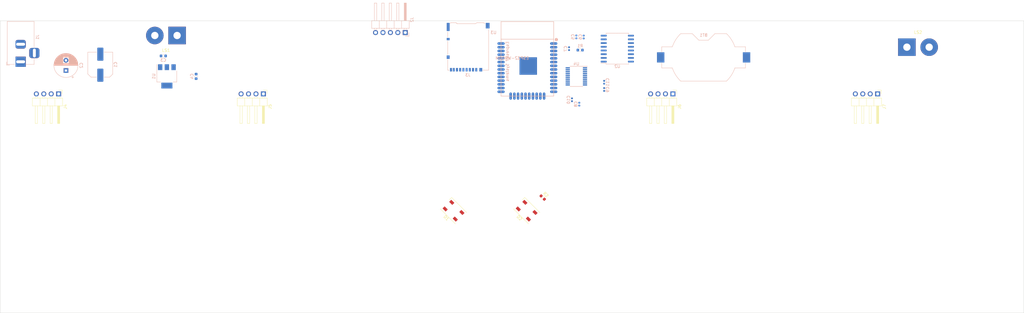
<source format=kicad_pcb>
(kicad_pcb (version 20171130) (host pcbnew 5.1.5)

  (general
    (thickness 1.6)
    (drawings 4)
    (tracks 0)
    (zones 0)
    (modules 29)
    (nets 51)
  )

  (page A3)
  (layers
    (0 F.Cu signal)
    (31 B.Cu signal)
    (32 B.Adhes user)
    (33 F.Adhes user)
    (34 B.Paste user)
    (35 F.Paste user)
    (36 B.SilkS user)
    (37 F.SilkS user)
    (38 B.Mask user)
    (39 F.Mask user)
    (40 Dwgs.User user)
    (41 Cmts.User user)
    (42 Eco1.User user)
    (43 Eco2.User user)
    (44 Edge.Cuts user)
    (45 Margin user)
    (46 B.CrtYd user)
    (47 F.CrtYd user)
    (48 B.Fab user)
    (49 F.Fab user)
  )

  (setup
    (last_trace_width 0.25)
    (trace_clearance 0.2)
    (zone_clearance 0.508)
    (zone_45_only no)
    (trace_min 0.2)
    (via_size 0.8)
    (via_drill 0.4)
    (via_min_size 0.4)
    (via_min_drill 0.3)
    (uvia_size 0.3)
    (uvia_drill 0.1)
    (uvias_allowed no)
    (uvia_min_size 0.2)
    (uvia_min_drill 0.1)
    (edge_width 0.05)
    (segment_width 0.2)
    (pcb_text_width 0.3)
    (pcb_text_size 1.5 1.5)
    (mod_edge_width 0.12)
    (mod_text_size 1 1)
    (mod_text_width 0.15)
    (pad_size 1.524 1.524)
    (pad_drill 0.762)
    (pad_to_mask_clearance 0.051)
    (solder_mask_min_width 0.25)
    (aux_axis_origin 0 0)
    (visible_elements FFFFFF7F)
    (pcbplotparams
      (layerselection 0x010fc_ffffffff)
      (usegerberextensions false)
      (usegerberattributes false)
      (usegerberadvancedattributes false)
      (creategerberjobfile false)
      (excludeedgelayer true)
      (linewidth 0.100000)
      (plotframeref false)
      (viasonmask false)
      (mode 1)
      (useauxorigin false)
      (hpglpennumber 1)
      (hpglpenspeed 20)
      (hpglpendiameter 15.000000)
      (psnegative false)
      (psa4output false)
      (plotreference true)
      (plotvalue true)
      (plotinvisibletext false)
      (padsonsilk false)
      (subtractmaskfromsilk false)
      (outputformat 1)
      (mirror false)
      (drillshape 0)
      (scaleselection 1)
      (outputdirectory "./gerber"))
  )

  (net 0 "")
  (net 1 GND)
  (net 2 "Net-(BT1-Pad1)")
  (net 3 /RTS)
  (net 4 +3V3)
  (net 5 +5V)
  (net 6 "Net-(C9-Pad2)")
  (net 7 /DTR)
  (net 8 /TX)
  (net 9 /RX)
  (net 10 "Net-(LS1-Pad1)")
  (net 11 "Net-(LS2-Pad1)")
  (net 12 /LED_DATA)
  (net 13 /LRCK)
  (net 14 /BCLK)
  (net 15 /I2SD)
  (net 16 /SDA)
  (net 17 /SCL)
  (net 18 "Net-(U2-Pad4)")
  (net 19 "Net-(U2-Pad3)")
  (net 20 "Net-(U2-Pad1)")
  (net 21 /MISO)
  (net 22 /SCLK)
  (net 23 /MOSI)
  (net 24 /CS)
  (net 25 "Net-(C9-Pad1)")
  (net 26 "Net-(C10-Pad2)")
  (net 27 "Net-(C11-Pad1)")
  (net 28 "Net-(J3-Pad8)")
  (net 29 "Net-(U3-Pad4)")
  (net 30 "Net-(U3-Pad5)")
  (net 31 "Net-(U3-Pad6)")
  (net 32 "Net-(U3-Pad7)")
  (net 33 "Net-(U3-Pad9)")
  (net 34 "Net-(U3-Pad12)")
  (net 35 "Net-(U3-Pad13)")
  (net 36 "Net-(U3-Pad14)")
  (net 37 "Net-(U3-Pad16)")
  (net 38 "Net-(U3-Pad17)")
  (net 39 "Net-(U3-Pad18)")
  (net 40 "Net-(U3-Pad19)")
  (net 41 "Net-(U3-Pad20)")
  (net 42 "Net-(U3-Pad21)")
  (net 43 "Net-(U3-Pad22)")
  (net 44 "Net-(U3-Pad23)")
  (net 45 "Net-(U3-Pad24)")
  (net 46 "Net-(U3-Pad27)")
  (net 47 "Net-(U3-Pad28)")
  (net 48 "Net-(U3-Pad32)")
  (net 49 "Net-(D1-Pad4)")
  (net 50 "Net-(D2-Pad4)")

  (net_class Default "Dies ist die voreingestellte Netzklasse."
    (clearance 0.2)
    (trace_width 0.25)
    (via_dia 0.8)
    (via_drill 0.4)
    (uvia_dia 0.3)
    (uvia_drill 0.1)
    (add_net +3V3)
    (add_net +5V)
    (add_net /BCLK)
    (add_net /CS)
    (add_net /DTR)
    (add_net /I2SD)
    (add_net /LED_DATA)
    (add_net /LRCK)
    (add_net /MISO)
    (add_net /MOSI)
    (add_net /RTS)
    (add_net /RX)
    (add_net /SCL)
    (add_net /SCLK)
    (add_net /SDA)
    (add_net /TX)
    (add_net GND)
    (add_net "Net-(BT1-Pad1)")
    (add_net "Net-(C10-Pad2)")
    (add_net "Net-(C11-Pad1)")
    (add_net "Net-(C9-Pad1)")
    (add_net "Net-(C9-Pad2)")
    (add_net "Net-(D1-Pad4)")
    (add_net "Net-(D2-Pad4)")
    (add_net "Net-(J3-Pad8)")
    (add_net "Net-(LS1-Pad1)")
    (add_net "Net-(LS2-Pad1)")
    (add_net "Net-(U2-Pad1)")
    (add_net "Net-(U2-Pad3)")
    (add_net "Net-(U2-Pad4)")
    (add_net "Net-(U3-Pad12)")
    (add_net "Net-(U3-Pad13)")
    (add_net "Net-(U3-Pad14)")
    (add_net "Net-(U3-Pad16)")
    (add_net "Net-(U3-Pad17)")
    (add_net "Net-(U3-Pad18)")
    (add_net "Net-(U3-Pad19)")
    (add_net "Net-(U3-Pad20)")
    (add_net "Net-(U3-Pad21)")
    (add_net "Net-(U3-Pad22)")
    (add_net "Net-(U3-Pad23)")
    (add_net "Net-(U3-Pad24)")
    (add_net "Net-(U3-Pad27)")
    (add_net "Net-(U3-Pad28)")
    (add_net "Net-(U3-Pad32)")
    (add_net "Net-(U3-Pad4)")
    (add_net "Net-(U3-Pad5)")
    (add_net "Net-(U3-Pad6)")
    (add_net "Net-(U3-Pad7)")
    (add_net "Net-(U3-Pad9)")
  )

  (module Resistor_SMD:R_0603_1608Metric (layer F.Cu) (tedit 5B301BBD) (tstamp 5E4939F0)
    (at 195.5 70.5 315)
    (descr "Resistor SMD 0603 (1608 Metric), square (rectangular) end terminal, IPC_7351 nominal, (Body size source: http://www.tortai-tech.com/upload/download/2011102023233369053.pdf), generated with kicad-footprint-generator")
    (tags resistor)
    (path /5DD5B861)
    (attr smd)
    (fp_text reference R2 (at 0 -1.43 135) (layer F.SilkS)
      (effects (font (size 1 1) (thickness 0.15)))
    )
    (fp_text value 10k (at 0 1.43 135) (layer F.Fab)
      (effects (font (size 1 1) (thickness 0.15)))
    )
    (fp_text user %R (at 0 0 135) (layer F.Fab)
      (effects (font (size 0.4 0.4) (thickness 0.06)))
    )
    (fp_line (start 1.48 0.73) (end -1.48 0.73) (layer F.CrtYd) (width 0.05))
    (fp_line (start 1.48 -0.73) (end 1.48 0.73) (layer F.CrtYd) (width 0.05))
    (fp_line (start -1.48 -0.73) (end 1.48 -0.73) (layer F.CrtYd) (width 0.05))
    (fp_line (start -1.48 0.73) (end -1.48 -0.73) (layer F.CrtYd) (width 0.05))
    (fp_line (start -0.162779 0.51) (end 0.162779 0.51) (layer F.SilkS) (width 0.12))
    (fp_line (start -0.162779 -0.51) (end 0.162779 -0.51) (layer F.SilkS) (width 0.12))
    (fp_line (start 0.8 0.4) (end -0.8 0.4) (layer F.Fab) (width 0.1))
    (fp_line (start 0.8 -0.4) (end 0.8 0.4) (layer F.Fab) (width 0.1))
    (fp_line (start -0.8 -0.4) (end 0.8 -0.4) (layer F.Fab) (width 0.1))
    (fp_line (start -0.8 0.4) (end -0.8 -0.4) (layer F.Fab) (width 0.1))
    (pad 2 smd roundrect (at 0.7875 0 315) (size 0.875 0.95) (layers F.Cu F.Paste F.Mask) (roundrect_rratio 0.25)
      (net 50 "Net-(D2-Pad4)"))
    (pad 1 smd roundrect (at -0.7875 0 315) (size 0.875 0.95) (layers F.Cu F.Paste F.Mask) (roundrect_rratio 0.25)
      (net 1 GND))
    (model ${KISYS3DMOD}/Resistor_SMD.3dshapes/R_0603_1608Metric.wrl
      (at (xyz 0 0 0))
      (scale (xyz 1 1 1))
      (rotate (xyz 0 0 0))
    )
  )

  (module Connector_PinHeader_2.54mm:PinHeader_1x04_P2.54mm_Horizontal (layer F.Cu) (tedit 59FED5CB) (tstamp 5E492CF3)
    (at 310 35 270)
    (descr "Through hole angled pin header, 1x04, 2.54mm pitch, 6mm pin length, single row")
    (tags "Through hole angled pin header THT 1x04 2.54mm single row")
    (path /5DD005F5)
    (fp_text reference J7 (at 4.385 -2.27 90) (layer F.SilkS)
      (effects (font (size 1 1) (thickness 0.15)))
    )
    (fp_text value Conn_01x04_Male (at 4.385 9.89 90) (layer F.Fab)
      (effects (font (size 1 1) (thickness 0.15)))
    )
    (fp_text user %R (at 2.77 3.81) (layer F.Fab)
      (effects (font (size 1 1) (thickness 0.15)))
    )
    (fp_line (start 10.55 -1.8) (end -1.8 -1.8) (layer F.CrtYd) (width 0.05))
    (fp_line (start 10.55 9.4) (end 10.55 -1.8) (layer F.CrtYd) (width 0.05))
    (fp_line (start -1.8 9.4) (end 10.55 9.4) (layer F.CrtYd) (width 0.05))
    (fp_line (start -1.8 -1.8) (end -1.8 9.4) (layer F.CrtYd) (width 0.05))
    (fp_line (start -1.27 -1.27) (end 0 -1.27) (layer F.SilkS) (width 0.12))
    (fp_line (start -1.27 0) (end -1.27 -1.27) (layer F.SilkS) (width 0.12))
    (fp_line (start 1.042929 8) (end 1.44 8) (layer F.SilkS) (width 0.12))
    (fp_line (start 1.042929 7.24) (end 1.44 7.24) (layer F.SilkS) (width 0.12))
    (fp_line (start 10.1 8) (end 4.1 8) (layer F.SilkS) (width 0.12))
    (fp_line (start 10.1 7.24) (end 10.1 8) (layer F.SilkS) (width 0.12))
    (fp_line (start 4.1 7.24) (end 10.1 7.24) (layer F.SilkS) (width 0.12))
    (fp_line (start 1.44 6.35) (end 4.1 6.35) (layer F.SilkS) (width 0.12))
    (fp_line (start 1.042929 5.46) (end 1.44 5.46) (layer F.SilkS) (width 0.12))
    (fp_line (start 1.042929 4.7) (end 1.44 4.7) (layer F.SilkS) (width 0.12))
    (fp_line (start 10.1 5.46) (end 4.1 5.46) (layer F.SilkS) (width 0.12))
    (fp_line (start 10.1 4.7) (end 10.1 5.46) (layer F.SilkS) (width 0.12))
    (fp_line (start 4.1 4.7) (end 10.1 4.7) (layer F.SilkS) (width 0.12))
    (fp_line (start 1.44 3.81) (end 4.1 3.81) (layer F.SilkS) (width 0.12))
    (fp_line (start 1.042929 2.92) (end 1.44 2.92) (layer F.SilkS) (width 0.12))
    (fp_line (start 1.042929 2.16) (end 1.44 2.16) (layer F.SilkS) (width 0.12))
    (fp_line (start 10.1 2.92) (end 4.1 2.92) (layer F.SilkS) (width 0.12))
    (fp_line (start 10.1 2.16) (end 10.1 2.92) (layer F.SilkS) (width 0.12))
    (fp_line (start 4.1 2.16) (end 10.1 2.16) (layer F.SilkS) (width 0.12))
    (fp_line (start 1.44 1.27) (end 4.1 1.27) (layer F.SilkS) (width 0.12))
    (fp_line (start 1.11 0.38) (end 1.44 0.38) (layer F.SilkS) (width 0.12))
    (fp_line (start 1.11 -0.38) (end 1.44 -0.38) (layer F.SilkS) (width 0.12))
    (fp_line (start 4.1 0.28) (end 10.1 0.28) (layer F.SilkS) (width 0.12))
    (fp_line (start 4.1 0.16) (end 10.1 0.16) (layer F.SilkS) (width 0.12))
    (fp_line (start 4.1 0.04) (end 10.1 0.04) (layer F.SilkS) (width 0.12))
    (fp_line (start 4.1 -0.08) (end 10.1 -0.08) (layer F.SilkS) (width 0.12))
    (fp_line (start 4.1 -0.2) (end 10.1 -0.2) (layer F.SilkS) (width 0.12))
    (fp_line (start 4.1 -0.32) (end 10.1 -0.32) (layer F.SilkS) (width 0.12))
    (fp_line (start 10.1 0.38) (end 4.1 0.38) (layer F.SilkS) (width 0.12))
    (fp_line (start 10.1 -0.38) (end 10.1 0.38) (layer F.SilkS) (width 0.12))
    (fp_line (start 4.1 -0.38) (end 10.1 -0.38) (layer F.SilkS) (width 0.12))
    (fp_line (start 4.1 -1.33) (end 1.44 -1.33) (layer F.SilkS) (width 0.12))
    (fp_line (start 4.1 8.95) (end 4.1 -1.33) (layer F.SilkS) (width 0.12))
    (fp_line (start 1.44 8.95) (end 4.1 8.95) (layer F.SilkS) (width 0.12))
    (fp_line (start 1.44 -1.33) (end 1.44 8.95) (layer F.SilkS) (width 0.12))
    (fp_line (start 4.04 7.94) (end 10.04 7.94) (layer F.Fab) (width 0.1))
    (fp_line (start 10.04 7.3) (end 10.04 7.94) (layer F.Fab) (width 0.1))
    (fp_line (start 4.04 7.3) (end 10.04 7.3) (layer F.Fab) (width 0.1))
    (fp_line (start -0.32 7.94) (end 1.5 7.94) (layer F.Fab) (width 0.1))
    (fp_line (start -0.32 7.3) (end -0.32 7.94) (layer F.Fab) (width 0.1))
    (fp_line (start -0.32 7.3) (end 1.5 7.3) (layer F.Fab) (width 0.1))
    (fp_line (start 4.04 5.4) (end 10.04 5.4) (layer F.Fab) (width 0.1))
    (fp_line (start 10.04 4.76) (end 10.04 5.4) (layer F.Fab) (width 0.1))
    (fp_line (start 4.04 4.76) (end 10.04 4.76) (layer F.Fab) (width 0.1))
    (fp_line (start -0.32 5.4) (end 1.5 5.4) (layer F.Fab) (width 0.1))
    (fp_line (start -0.32 4.76) (end -0.32 5.4) (layer F.Fab) (width 0.1))
    (fp_line (start -0.32 4.76) (end 1.5 4.76) (layer F.Fab) (width 0.1))
    (fp_line (start 4.04 2.86) (end 10.04 2.86) (layer F.Fab) (width 0.1))
    (fp_line (start 10.04 2.22) (end 10.04 2.86) (layer F.Fab) (width 0.1))
    (fp_line (start 4.04 2.22) (end 10.04 2.22) (layer F.Fab) (width 0.1))
    (fp_line (start -0.32 2.86) (end 1.5 2.86) (layer F.Fab) (width 0.1))
    (fp_line (start -0.32 2.22) (end -0.32 2.86) (layer F.Fab) (width 0.1))
    (fp_line (start -0.32 2.22) (end 1.5 2.22) (layer F.Fab) (width 0.1))
    (fp_line (start 4.04 0.32) (end 10.04 0.32) (layer F.Fab) (width 0.1))
    (fp_line (start 10.04 -0.32) (end 10.04 0.32) (layer F.Fab) (width 0.1))
    (fp_line (start 4.04 -0.32) (end 10.04 -0.32) (layer F.Fab) (width 0.1))
    (fp_line (start -0.32 0.32) (end 1.5 0.32) (layer F.Fab) (width 0.1))
    (fp_line (start -0.32 -0.32) (end -0.32 0.32) (layer F.Fab) (width 0.1))
    (fp_line (start -0.32 -0.32) (end 1.5 -0.32) (layer F.Fab) (width 0.1))
    (fp_line (start 1.5 -0.635) (end 2.135 -1.27) (layer F.Fab) (width 0.1))
    (fp_line (start 1.5 8.89) (end 1.5 -0.635) (layer F.Fab) (width 0.1))
    (fp_line (start 4.04 8.89) (end 1.5 8.89) (layer F.Fab) (width 0.1))
    (fp_line (start 4.04 -1.27) (end 4.04 8.89) (layer F.Fab) (width 0.1))
    (fp_line (start 2.135 -1.27) (end 4.04 -1.27) (layer F.Fab) (width 0.1))
    (pad 4 thru_hole oval (at 0 7.62 270) (size 1.7 1.7) (drill 1) (layers *.Cu *.Mask)
      (net 5 +5V))
    (pad 3 thru_hole oval (at 0 5.08 270) (size 1.7 1.7) (drill 1) (layers *.Cu *.Mask)
      (net 17 /SCL))
    (pad 2 thru_hole oval (at 0 2.54 270) (size 1.7 1.7) (drill 1) (layers *.Cu *.Mask)
      (net 16 /SDA))
    (pad 1 thru_hole rect (at 0 0 270) (size 1.7 1.7) (drill 1) (layers *.Cu *.Mask)
      (net 1 GND))
    (model ${KISYS3DMOD}/Connector_PinHeader_2.54mm.3dshapes/PinHeader_1x04_P2.54mm_Horizontal.wrl
      (at (xyz 0 0 0))
      (scale (xyz 1 1 1))
      (rotate (xyz 0 0 0))
    )
  )

  (module Connector_PinHeader_2.54mm:PinHeader_1x04_P2.54mm_Horizontal (layer F.Cu) (tedit 59FED5CB) (tstamp 5DD1E78A)
    (at 240 35 270)
    (descr "Through hole angled pin header, 1x04, 2.54mm pitch, 6mm pin length, single row")
    (tags "Through hole angled pin header THT 1x04 2.54mm single row")
    (path /5DCFAA17)
    (fp_text reference J6 (at 4.385 -2.27 90) (layer F.SilkS)
      (effects (font (size 1 1) (thickness 0.15)))
    )
    (fp_text value Conn_01x04_Male (at 4.385 9.89 90) (layer F.Fab)
      (effects (font (size 1 1) (thickness 0.15)))
    )
    (fp_text user %R (at 2.77 3.81) (layer F.Fab)
      (effects (font (size 1 1) (thickness 0.15)))
    )
    (fp_line (start 10.55 -1.8) (end -1.8 -1.8) (layer F.CrtYd) (width 0.05))
    (fp_line (start 10.55 9.4) (end 10.55 -1.8) (layer F.CrtYd) (width 0.05))
    (fp_line (start -1.8 9.4) (end 10.55 9.4) (layer F.CrtYd) (width 0.05))
    (fp_line (start -1.8 -1.8) (end -1.8 9.4) (layer F.CrtYd) (width 0.05))
    (fp_line (start -1.27 -1.27) (end 0 -1.27) (layer F.SilkS) (width 0.12))
    (fp_line (start -1.27 0) (end -1.27 -1.27) (layer F.SilkS) (width 0.12))
    (fp_line (start 1.042929 8) (end 1.44 8) (layer F.SilkS) (width 0.12))
    (fp_line (start 1.042929 7.24) (end 1.44 7.24) (layer F.SilkS) (width 0.12))
    (fp_line (start 10.1 8) (end 4.1 8) (layer F.SilkS) (width 0.12))
    (fp_line (start 10.1 7.24) (end 10.1 8) (layer F.SilkS) (width 0.12))
    (fp_line (start 4.1 7.24) (end 10.1 7.24) (layer F.SilkS) (width 0.12))
    (fp_line (start 1.44 6.35) (end 4.1 6.35) (layer F.SilkS) (width 0.12))
    (fp_line (start 1.042929 5.46) (end 1.44 5.46) (layer F.SilkS) (width 0.12))
    (fp_line (start 1.042929 4.7) (end 1.44 4.7) (layer F.SilkS) (width 0.12))
    (fp_line (start 10.1 5.46) (end 4.1 5.46) (layer F.SilkS) (width 0.12))
    (fp_line (start 10.1 4.7) (end 10.1 5.46) (layer F.SilkS) (width 0.12))
    (fp_line (start 4.1 4.7) (end 10.1 4.7) (layer F.SilkS) (width 0.12))
    (fp_line (start 1.44 3.81) (end 4.1 3.81) (layer F.SilkS) (width 0.12))
    (fp_line (start 1.042929 2.92) (end 1.44 2.92) (layer F.SilkS) (width 0.12))
    (fp_line (start 1.042929 2.16) (end 1.44 2.16) (layer F.SilkS) (width 0.12))
    (fp_line (start 10.1 2.92) (end 4.1 2.92) (layer F.SilkS) (width 0.12))
    (fp_line (start 10.1 2.16) (end 10.1 2.92) (layer F.SilkS) (width 0.12))
    (fp_line (start 4.1 2.16) (end 10.1 2.16) (layer F.SilkS) (width 0.12))
    (fp_line (start 1.44 1.27) (end 4.1 1.27) (layer F.SilkS) (width 0.12))
    (fp_line (start 1.11 0.38) (end 1.44 0.38) (layer F.SilkS) (width 0.12))
    (fp_line (start 1.11 -0.38) (end 1.44 -0.38) (layer F.SilkS) (width 0.12))
    (fp_line (start 4.1 0.28) (end 10.1 0.28) (layer F.SilkS) (width 0.12))
    (fp_line (start 4.1 0.16) (end 10.1 0.16) (layer F.SilkS) (width 0.12))
    (fp_line (start 4.1 0.04) (end 10.1 0.04) (layer F.SilkS) (width 0.12))
    (fp_line (start 4.1 -0.08) (end 10.1 -0.08) (layer F.SilkS) (width 0.12))
    (fp_line (start 4.1 -0.2) (end 10.1 -0.2) (layer F.SilkS) (width 0.12))
    (fp_line (start 4.1 -0.32) (end 10.1 -0.32) (layer F.SilkS) (width 0.12))
    (fp_line (start 10.1 0.38) (end 4.1 0.38) (layer F.SilkS) (width 0.12))
    (fp_line (start 10.1 -0.38) (end 10.1 0.38) (layer F.SilkS) (width 0.12))
    (fp_line (start 4.1 -0.38) (end 10.1 -0.38) (layer F.SilkS) (width 0.12))
    (fp_line (start 4.1 -1.33) (end 1.44 -1.33) (layer F.SilkS) (width 0.12))
    (fp_line (start 4.1 8.95) (end 4.1 -1.33) (layer F.SilkS) (width 0.12))
    (fp_line (start 1.44 8.95) (end 4.1 8.95) (layer F.SilkS) (width 0.12))
    (fp_line (start 1.44 -1.33) (end 1.44 8.95) (layer F.SilkS) (width 0.12))
    (fp_line (start 4.04 7.94) (end 10.04 7.94) (layer F.Fab) (width 0.1))
    (fp_line (start 10.04 7.3) (end 10.04 7.94) (layer F.Fab) (width 0.1))
    (fp_line (start 4.04 7.3) (end 10.04 7.3) (layer F.Fab) (width 0.1))
    (fp_line (start -0.32 7.94) (end 1.5 7.94) (layer F.Fab) (width 0.1))
    (fp_line (start -0.32 7.3) (end -0.32 7.94) (layer F.Fab) (width 0.1))
    (fp_line (start -0.32 7.3) (end 1.5 7.3) (layer F.Fab) (width 0.1))
    (fp_line (start 4.04 5.4) (end 10.04 5.4) (layer F.Fab) (width 0.1))
    (fp_line (start 10.04 4.76) (end 10.04 5.4) (layer F.Fab) (width 0.1))
    (fp_line (start 4.04 4.76) (end 10.04 4.76) (layer F.Fab) (width 0.1))
    (fp_line (start -0.32 5.4) (end 1.5 5.4) (layer F.Fab) (width 0.1))
    (fp_line (start -0.32 4.76) (end -0.32 5.4) (layer F.Fab) (width 0.1))
    (fp_line (start -0.32 4.76) (end 1.5 4.76) (layer F.Fab) (width 0.1))
    (fp_line (start 4.04 2.86) (end 10.04 2.86) (layer F.Fab) (width 0.1))
    (fp_line (start 10.04 2.22) (end 10.04 2.86) (layer F.Fab) (width 0.1))
    (fp_line (start 4.04 2.22) (end 10.04 2.22) (layer F.Fab) (width 0.1))
    (fp_line (start -0.32 2.86) (end 1.5 2.86) (layer F.Fab) (width 0.1))
    (fp_line (start -0.32 2.22) (end -0.32 2.86) (layer F.Fab) (width 0.1))
    (fp_line (start -0.32 2.22) (end 1.5 2.22) (layer F.Fab) (width 0.1))
    (fp_line (start 4.04 0.32) (end 10.04 0.32) (layer F.Fab) (width 0.1))
    (fp_line (start 10.04 -0.32) (end 10.04 0.32) (layer F.Fab) (width 0.1))
    (fp_line (start 4.04 -0.32) (end 10.04 -0.32) (layer F.Fab) (width 0.1))
    (fp_line (start -0.32 0.32) (end 1.5 0.32) (layer F.Fab) (width 0.1))
    (fp_line (start -0.32 -0.32) (end -0.32 0.32) (layer F.Fab) (width 0.1))
    (fp_line (start -0.32 -0.32) (end 1.5 -0.32) (layer F.Fab) (width 0.1))
    (fp_line (start 1.5 -0.635) (end 2.135 -1.27) (layer F.Fab) (width 0.1))
    (fp_line (start 1.5 8.89) (end 1.5 -0.635) (layer F.Fab) (width 0.1))
    (fp_line (start 4.04 8.89) (end 1.5 8.89) (layer F.Fab) (width 0.1))
    (fp_line (start 4.04 -1.27) (end 4.04 8.89) (layer F.Fab) (width 0.1))
    (fp_line (start 2.135 -1.27) (end 4.04 -1.27) (layer F.Fab) (width 0.1))
    (pad 4 thru_hole oval (at 0 7.62 270) (size 1.7 1.7) (drill 1) (layers *.Cu *.Mask)
      (net 5 +5V))
    (pad 3 thru_hole oval (at 0 5.08 270) (size 1.7 1.7) (drill 1) (layers *.Cu *.Mask)
      (net 17 /SCL))
    (pad 2 thru_hole oval (at 0 2.54 270) (size 1.7 1.7) (drill 1) (layers *.Cu *.Mask)
      (net 16 /SDA))
    (pad 1 thru_hole rect (at 0 0 270) (size 1.7 1.7) (drill 1) (layers *.Cu *.Mask)
      (net 1 GND))
    (model ${KISYS3DMOD}/Connector_PinHeader_2.54mm.3dshapes/PinHeader_1x04_P2.54mm_Horizontal.wrl
      (at (xyz 0 0 0))
      (scale (xyz 1 1 1))
      (rotate (xyz 0 0 0))
    )
  )

  (module Connector_PinHeader_2.54mm:PinHeader_1x04_P2.54mm_Horizontal (layer F.Cu) (tedit 59FED5CB) (tstamp 5E492560)
    (at 100 35 270)
    (descr "Through hole angled pin header, 1x04, 2.54mm pitch, 6mm pin length, single row")
    (tags "Through hole angled pin header THT 1x04 2.54mm single row")
    (path /5DCF5127)
    (fp_text reference J5 (at 4.385 -2.27 90) (layer F.SilkS)
      (effects (font (size 1 1) (thickness 0.15)))
    )
    (fp_text value Conn_01x04_Male (at 4.385 9.89 90) (layer F.Fab)
      (effects (font (size 1 1) (thickness 0.15)))
    )
    (fp_text user %R (at 2.77 3.81) (layer F.Fab)
      (effects (font (size 1 1) (thickness 0.15)))
    )
    (fp_line (start 10.55 -1.8) (end -1.8 -1.8) (layer F.CrtYd) (width 0.05))
    (fp_line (start 10.55 9.4) (end 10.55 -1.8) (layer F.CrtYd) (width 0.05))
    (fp_line (start -1.8 9.4) (end 10.55 9.4) (layer F.CrtYd) (width 0.05))
    (fp_line (start -1.8 -1.8) (end -1.8 9.4) (layer F.CrtYd) (width 0.05))
    (fp_line (start -1.27 -1.27) (end 0 -1.27) (layer F.SilkS) (width 0.12))
    (fp_line (start -1.27 0) (end -1.27 -1.27) (layer F.SilkS) (width 0.12))
    (fp_line (start 1.042929 8) (end 1.44 8) (layer F.SilkS) (width 0.12))
    (fp_line (start 1.042929 7.24) (end 1.44 7.24) (layer F.SilkS) (width 0.12))
    (fp_line (start 10.1 8) (end 4.1 8) (layer F.SilkS) (width 0.12))
    (fp_line (start 10.1 7.24) (end 10.1 8) (layer F.SilkS) (width 0.12))
    (fp_line (start 4.1 7.24) (end 10.1 7.24) (layer F.SilkS) (width 0.12))
    (fp_line (start 1.44 6.35) (end 4.1 6.35) (layer F.SilkS) (width 0.12))
    (fp_line (start 1.042929 5.46) (end 1.44 5.46) (layer F.SilkS) (width 0.12))
    (fp_line (start 1.042929 4.7) (end 1.44 4.7) (layer F.SilkS) (width 0.12))
    (fp_line (start 10.1 5.46) (end 4.1 5.46) (layer F.SilkS) (width 0.12))
    (fp_line (start 10.1 4.7) (end 10.1 5.46) (layer F.SilkS) (width 0.12))
    (fp_line (start 4.1 4.7) (end 10.1 4.7) (layer F.SilkS) (width 0.12))
    (fp_line (start 1.44 3.81) (end 4.1 3.81) (layer F.SilkS) (width 0.12))
    (fp_line (start 1.042929 2.92) (end 1.44 2.92) (layer F.SilkS) (width 0.12))
    (fp_line (start 1.042929 2.16) (end 1.44 2.16) (layer F.SilkS) (width 0.12))
    (fp_line (start 10.1 2.92) (end 4.1 2.92) (layer F.SilkS) (width 0.12))
    (fp_line (start 10.1 2.16) (end 10.1 2.92) (layer F.SilkS) (width 0.12))
    (fp_line (start 4.1 2.16) (end 10.1 2.16) (layer F.SilkS) (width 0.12))
    (fp_line (start 1.44 1.27) (end 4.1 1.27) (layer F.SilkS) (width 0.12))
    (fp_line (start 1.11 0.38) (end 1.44 0.38) (layer F.SilkS) (width 0.12))
    (fp_line (start 1.11 -0.38) (end 1.44 -0.38) (layer F.SilkS) (width 0.12))
    (fp_line (start 4.1 0.28) (end 10.1 0.28) (layer F.SilkS) (width 0.12))
    (fp_line (start 4.1 0.16) (end 10.1 0.16) (layer F.SilkS) (width 0.12))
    (fp_line (start 4.1 0.04) (end 10.1 0.04) (layer F.SilkS) (width 0.12))
    (fp_line (start 4.1 -0.08) (end 10.1 -0.08) (layer F.SilkS) (width 0.12))
    (fp_line (start 4.1 -0.2) (end 10.1 -0.2) (layer F.SilkS) (width 0.12))
    (fp_line (start 4.1 -0.32) (end 10.1 -0.32) (layer F.SilkS) (width 0.12))
    (fp_line (start 10.1 0.38) (end 4.1 0.38) (layer F.SilkS) (width 0.12))
    (fp_line (start 10.1 -0.38) (end 10.1 0.38) (layer F.SilkS) (width 0.12))
    (fp_line (start 4.1 -0.38) (end 10.1 -0.38) (layer F.SilkS) (width 0.12))
    (fp_line (start 4.1 -1.33) (end 1.44 -1.33) (layer F.SilkS) (width 0.12))
    (fp_line (start 4.1 8.95) (end 4.1 -1.33) (layer F.SilkS) (width 0.12))
    (fp_line (start 1.44 8.95) (end 4.1 8.95) (layer F.SilkS) (width 0.12))
    (fp_line (start 1.44 -1.33) (end 1.44 8.95) (layer F.SilkS) (width 0.12))
    (fp_line (start 4.04 7.94) (end 10.04 7.94) (layer F.Fab) (width 0.1))
    (fp_line (start 10.04 7.3) (end 10.04 7.94) (layer F.Fab) (width 0.1))
    (fp_line (start 4.04 7.3) (end 10.04 7.3) (layer F.Fab) (width 0.1))
    (fp_line (start -0.32 7.94) (end 1.5 7.94) (layer F.Fab) (width 0.1))
    (fp_line (start -0.32 7.3) (end -0.32 7.94) (layer F.Fab) (width 0.1))
    (fp_line (start -0.32 7.3) (end 1.5 7.3) (layer F.Fab) (width 0.1))
    (fp_line (start 4.04 5.4) (end 10.04 5.4) (layer F.Fab) (width 0.1))
    (fp_line (start 10.04 4.76) (end 10.04 5.4) (layer F.Fab) (width 0.1))
    (fp_line (start 4.04 4.76) (end 10.04 4.76) (layer F.Fab) (width 0.1))
    (fp_line (start -0.32 5.4) (end 1.5 5.4) (layer F.Fab) (width 0.1))
    (fp_line (start -0.32 4.76) (end -0.32 5.4) (layer F.Fab) (width 0.1))
    (fp_line (start -0.32 4.76) (end 1.5 4.76) (layer F.Fab) (width 0.1))
    (fp_line (start 4.04 2.86) (end 10.04 2.86) (layer F.Fab) (width 0.1))
    (fp_line (start 10.04 2.22) (end 10.04 2.86) (layer F.Fab) (width 0.1))
    (fp_line (start 4.04 2.22) (end 10.04 2.22) (layer F.Fab) (width 0.1))
    (fp_line (start -0.32 2.86) (end 1.5 2.86) (layer F.Fab) (width 0.1))
    (fp_line (start -0.32 2.22) (end -0.32 2.86) (layer F.Fab) (width 0.1))
    (fp_line (start -0.32 2.22) (end 1.5 2.22) (layer F.Fab) (width 0.1))
    (fp_line (start 4.04 0.32) (end 10.04 0.32) (layer F.Fab) (width 0.1))
    (fp_line (start 10.04 -0.32) (end 10.04 0.32) (layer F.Fab) (width 0.1))
    (fp_line (start 4.04 -0.32) (end 10.04 -0.32) (layer F.Fab) (width 0.1))
    (fp_line (start -0.32 0.32) (end 1.5 0.32) (layer F.Fab) (width 0.1))
    (fp_line (start -0.32 -0.32) (end -0.32 0.32) (layer F.Fab) (width 0.1))
    (fp_line (start -0.32 -0.32) (end 1.5 -0.32) (layer F.Fab) (width 0.1))
    (fp_line (start 1.5 -0.635) (end 2.135 -1.27) (layer F.Fab) (width 0.1))
    (fp_line (start 1.5 8.89) (end 1.5 -0.635) (layer F.Fab) (width 0.1))
    (fp_line (start 4.04 8.89) (end 1.5 8.89) (layer F.Fab) (width 0.1))
    (fp_line (start 4.04 -1.27) (end 4.04 8.89) (layer F.Fab) (width 0.1))
    (fp_line (start 2.135 -1.27) (end 4.04 -1.27) (layer F.Fab) (width 0.1))
    (pad 4 thru_hole oval (at 0 7.62 270) (size 1.7 1.7) (drill 1) (layers *.Cu *.Mask)
      (net 5 +5V))
    (pad 3 thru_hole oval (at 0 5.08 270) (size 1.7 1.7) (drill 1) (layers *.Cu *.Mask)
      (net 17 /SCL))
    (pad 2 thru_hole oval (at 0 2.54 270) (size 1.7 1.7) (drill 1) (layers *.Cu *.Mask)
      (net 16 /SDA))
    (pad 1 thru_hole rect (at 0 0 270) (size 1.7 1.7) (drill 1) (layers *.Cu *.Mask)
      (net 1 GND))
    (model ${KISYS3DMOD}/Connector_PinHeader_2.54mm.3dshapes/PinHeader_1x04_P2.54mm_Horizontal.wrl
      (at (xyz 0 0 0))
      (scale (xyz 1 1 1))
      (rotate (xyz 0 0 0))
    )
  )

  (module Connector_PinHeader_2.54mm:PinHeader_1x04_P2.54mm_Horizontal (layer F.Cu) (tedit 59FED5CB) (tstamp 5DD1E298)
    (at 30 35 270)
    (descr "Through hole angled pin header, 1x04, 2.54mm pitch, 6mm pin length, single row")
    (tags "Through hole angled pin header THT 1x04 2.54mm single row")
    (path /5DCDEB7C)
    (fp_text reference J4 (at 4.385 -2.27 90) (layer F.SilkS)
      (effects (font (size 1 1) (thickness 0.15)))
    )
    (fp_text value Conn_01x04_Male (at 4.385 9.89 90) (layer F.Fab)
      (effects (font (size 1 1) (thickness 0.15)))
    )
    (fp_text user %R (at 2.77 3.81) (layer F.Fab)
      (effects (font (size 1 1) (thickness 0.15)))
    )
    (fp_line (start 10.55 -1.8) (end -1.8 -1.8) (layer F.CrtYd) (width 0.05))
    (fp_line (start 10.55 9.4) (end 10.55 -1.8) (layer F.CrtYd) (width 0.05))
    (fp_line (start -1.8 9.4) (end 10.55 9.4) (layer F.CrtYd) (width 0.05))
    (fp_line (start -1.8 -1.8) (end -1.8 9.4) (layer F.CrtYd) (width 0.05))
    (fp_line (start -1.27 -1.27) (end 0 -1.27) (layer F.SilkS) (width 0.12))
    (fp_line (start -1.27 0) (end -1.27 -1.27) (layer F.SilkS) (width 0.12))
    (fp_line (start 1.042929 8) (end 1.44 8) (layer F.SilkS) (width 0.12))
    (fp_line (start 1.042929 7.24) (end 1.44 7.24) (layer F.SilkS) (width 0.12))
    (fp_line (start 10.1 8) (end 4.1 8) (layer F.SilkS) (width 0.12))
    (fp_line (start 10.1 7.24) (end 10.1 8) (layer F.SilkS) (width 0.12))
    (fp_line (start 4.1 7.24) (end 10.1 7.24) (layer F.SilkS) (width 0.12))
    (fp_line (start 1.44 6.35) (end 4.1 6.35) (layer F.SilkS) (width 0.12))
    (fp_line (start 1.042929 5.46) (end 1.44 5.46) (layer F.SilkS) (width 0.12))
    (fp_line (start 1.042929 4.7) (end 1.44 4.7) (layer F.SilkS) (width 0.12))
    (fp_line (start 10.1 5.46) (end 4.1 5.46) (layer F.SilkS) (width 0.12))
    (fp_line (start 10.1 4.7) (end 10.1 5.46) (layer F.SilkS) (width 0.12))
    (fp_line (start 4.1 4.7) (end 10.1 4.7) (layer F.SilkS) (width 0.12))
    (fp_line (start 1.44 3.81) (end 4.1 3.81) (layer F.SilkS) (width 0.12))
    (fp_line (start 1.042929 2.92) (end 1.44 2.92) (layer F.SilkS) (width 0.12))
    (fp_line (start 1.042929 2.16) (end 1.44 2.16) (layer F.SilkS) (width 0.12))
    (fp_line (start 10.1 2.92) (end 4.1 2.92) (layer F.SilkS) (width 0.12))
    (fp_line (start 10.1 2.16) (end 10.1 2.92) (layer F.SilkS) (width 0.12))
    (fp_line (start 4.1 2.16) (end 10.1 2.16) (layer F.SilkS) (width 0.12))
    (fp_line (start 1.44 1.27) (end 4.1 1.27) (layer F.SilkS) (width 0.12))
    (fp_line (start 1.11 0.38) (end 1.44 0.38) (layer F.SilkS) (width 0.12))
    (fp_line (start 1.11 -0.38) (end 1.44 -0.38) (layer F.SilkS) (width 0.12))
    (fp_line (start 4.1 0.28) (end 10.1 0.28) (layer F.SilkS) (width 0.12))
    (fp_line (start 4.1 0.16) (end 10.1 0.16) (layer F.SilkS) (width 0.12))
    (fp_line (start 4.1 0.04) (end 10.1 0.04) (layer F.SilkS) (width 0.12))
    (fp_line (start 4.1 -0.08) (end 10.1 -0.08) (layer F.SilkS) (width 0.12))
    (fp_line (start 4.1 -0.2) (end 10.1 -0.2) (layer F.SilkS) (width 0.12))
    (fp_line (start 4.1 -0.32) (end 10.1 -0.32) (layer F.SilkS) (width 0.12))
    (fp_line (start 10.1 0.38) (end 4.1 0.38) (layer F.SilkS) (width 0.12))
    (fp_line (start 10.1 -0.38) (end 10.1 0.38) (layer F.SilkS) (width 0.12))
    (fp_line (start 4.1 -0.38) (end 10.1 -0.38) (layer F.SilkS) (width 0.12))
    (fp_line (start 4.1 -1.33) (end 1.44 -1.33) (layer F.SilkS) (width 0.12))
    (fp_line (start 4.1 8.95) (end 4.1 -1.33) (layer F.SilkS) (width 0.12))
    (fp_line (start 1.44 8.95) (end 4.1 8.95) (layer F.SilkS) (width 0.12))
    (fp_line (start 1.44 -1.33) (end 1.44 8.95) (layer F.SilkS) (width 0.12))
    (fp_line (start 4.04 7.94) (end 10.04 7.94) (layer F.Fab) (width 0.1))
    (fp_line (start 10.04 7.3) (end 10.04 7.94) (layer F.Fab) (width 0.1))
    (fp_line (start 4.04 7.3) (end 10.04 7.3) (layer F.Fab) (width 0.1))
    (fp_line (start -0.32 7.94) (end 1.5 7.94) (layer F.Fab) (width 0.1))
    (fp_line (start -0.32 7.3) (end -0.32 7.94) (layer F.Fab) (width 0.1))
    (fp_line (start -0.32 7.3) (end 1.5 7.3) (layer F.Fab) (width 0.1))
    (fp_line (start 4.04 5.4) (end 10.04 5.4) (layer F.Fab) (width 0.1))
    (fp_line (start 10.04 4.76) (end 10.04 5.4) (layer F.Fab) (width 0.1))
    (fp_line (start 4.04 4.76) (end 10.04 4.76) (layer F.Fab) (width 0.1))
    (fp_line (start -0.32 5.4) (end 1.5 5.4) (layer F.Fab) (width 0.1))
    (fp_line (start -0.32 4.76) (end -0.32 5.4) (layer F.Fab) (width 0.1))
    (fp_line (start -0.32 4.76) (end 1.5 4.76) (layer F.Fab) (width 0.1))
    (fp_line (start 4.04 2.86) (end 10.04 2.86) (layer F.Fab) (width 0.1))
    (fp_line (start 10.04 2.22) (end 10.04 2.86) (layer F.Fab) (width 0.1))
    (fp_line (start 4.04 2.22) (end 10.04 2.22) (layer F.Fab) (width 0.1))
    (fp_line (start -0.32 2.86) (end 1.5 2.86) (layer F.Fab) (width 0.1))
    (fp_line (start -0.32 2.22) (end -0.32 2.86) (layer F.Fab) (width 0.1))
    (fp_line (start -0.32 2.22) (end 1.5 2.22) (layer F.Fab) (width 0.1))
    (fp_line (start 4.04 0.32) (end 10.04 0.32) (layer F.Fab) (width 0.1))
    (fp_line (start 10.04 -0.32) (end 10.04 0.32) (layer F.Fab) (width 0.1))
    (fp_line (start 4.04 -0.32) (end 10.04 -0.32) (layer F.Fab) (width 0.1))
    (fp_line (start -0.32 0.32) (end 1.5 0.32) (layer F.Fab) (width 0.1))
    (fp_line (start -0.32 -0.32) (end -0.32 0.32) (layer F.Fab) (width 0.1))
    (fp_line (start -0.32 -0.32) (end 1.5 -0.32) (layer F.Fab) (width 0.1))
    (fp_line (start 1.5 -0.635) (end 2.135 -1.27) (layer F.Fab) (width 0.1))
    (fp_line (start 1.5 8.89) (end 1.5 -0.635) (layer F.Fab) (width 0.1))
    (fp_line (start 4.04 8.89) (end 1.5 8.89) (layer F.Fab) (width 0.1))
    (fp_line (start 4.04 -1.27) (end 4.04 8.89) (layer F.Fab) (width 0.1))
    (fp_line (start 2.135 -1.27) (end 4.04 -1.27) (layer F.Fab) (width 0.1))
    (pad 4 thru_hole oval (at 0 7.62 270) (size 1.7 1.7) (drill 1) (layers *.Cu *.Mask)
      (net 5 +5V))
    (pad 3 thru_hole oval (at 0 5.08 270) (size 1.7 1.7) (drill 1) (layers *.Cu *.Mask)
      (net 17 /SCL))
    (pad 2 thru_hole oval (at 0 2.54 270) (size 1.7 1.7) (drill 1) (layers *.Cu *.Mask)
      (net 16 /SDA))
    (pad 1 thru_hole rect (at 0 0 270) (size 1.7 1.7) (drill 1) (layers *.Cu *.Mask)
      (net 1 GND))
    (model ${KISYS3DMOD}/Connector_PinHeader_2.54mm.3dshapes/PinHeader_1x04_P2.54mm_Horizontal.wrl
      (at (xyz 0 0 0))
      (scale (xyz 1 1 1))
      (rotate (xyz 0 0 0))
    )
  )

  (module LED_SMD:LED_SK6812_PLCC4_5.0x5.0mm_P3.2mm (layer F.Cu) (tedit 5AA4B263) (tstamp 5E4938FB)
    (at 190 75 135)
    (descr https://cdn-shop.adafruit.com/product-files/1138/SK6812+LED+datasheet+.pdf)
    (tags "LED RGB NeoPixel")
    (path /5DD1E4E8)
    (attr smd)
    (fp_text reference D2 (at 0 -3.5 135) (layer F.SilkS)
      (effects (font (size 1 1) (thickness 0.15)))
    )
    (fp_text value SK6812 (at 0 4 135) (layer F.Fab)
      (effects (font (size 1 1) (thickness 0.15)))
    )
    (fp_circle (center 0 0) (end 0 -2) (layer F.Fab) (width 0.1))
    (fp_line (start 3.65 2.75) (end 3.65 1.6) (layer F.SilkS) (width 0.12))
    (fp_line (start -3.65 2.75) (end 3.65 2.75) (layer F.SilkS) (width 0.12))
    (fp_line (start -3.65 -2.75) (end 3.65 -2.75) (layer F.SilkS) (width 0.12))
    (fp_line (start 2.5 -2.5) (end -2.5 -2.5) (layer F.Fab) (width 0.1))
    (fp_line (start 2.5 2.5) (end 2.5 -2.5) (layer F.Fab) (width 0.1))
    (fp_line (start -2.5 2.5) (end 2.5 2.5) (layer F.Fab) (width 0.1))
    (fp_line (start -2.5 -2.5) (end -2.5 2.5) (layer F.Fab) (width 0.1))
    (fp_line (start 2.5 1.5) (end 1.5 2.5) (layer F.Fab) (width 0.1))
    (fp_line (start -3.45 -2.75) (end -3.45 2.75) (layer F.CrtYd) (width 0.05))
    (fp_line (start -3.45 2.75) (end 3.45 2.75) (layer F.CrtYd) (width 0.05))
    (fp_line (start 3.45 2.75) (end 3.45 -2.75) (layer F.CrtYd) (width 0.05))
    (fp_line (start 3.45 -2.75) (end -3.45 -2.75) (layer F.CrtYd) (width 0.05))
    (fp_text user %R (at 0 0 135) (layer F.Fab)
      (effects (font (size 0.8 0.8) (thickness 0.15)))
    )
    (pad 3 smd rect (at -2.45 -1.6 135) (size 1.5 1) (layers F.Cu F.Paste F.Mask)
      (net 5 +5V))
    (pad 4 smd rect (at -2.45 1.6 135) (size 1.5 1) (layers F.Cu F.Paste F.Mask)
      (net 50 "Net-(D2-Pad4)"))
    (pad 2 smd rect (at 2.45 -1.6 135) (size 1.5 1) (layers F.Cu F.Paste F.Mask)
      (net 49 "Net-(D1-Pad4)"))
    (pad 1 smd rect (at 2.45 1.6 135) (size 1.5 1) (layers F.Cu F.Paste F.Mask)
      (net 1 GND))
    (model ${KISYS3DMOD}/LED_SMD.3dshapes/LED_SK6812_PLCC4_5.0x5.0mm_P3.2mm.wrl
      (at (xyz 0 0 0))
      (scale (xyz 1 1 1))
      (rotate (xyz 0 0 0))
    )
  )

  (module LED_SMD:LED_SK6812_PLCC4_5.0x5.0mm_P3.2mm (layer F.Cu) (tedit 5AA4B263) (tstamp 5DD1DD85)
    (at 165 75 135)
    (descr https://cdn-shop.adafruit.com/product-files/1138/SK6812+LED+datasheet+.pdf)
    (tags "LED RGB NeoPixel")
    (path /5DD1D6E4)
    (attr smd)
    (fp_text reference D1 (at 0 -3.5 135) (layer F.SilkS)
      (effects (font (size 1 1) (thickness 0.15)))
    )
    (fp_text value SK6812 (at 0 4 135) (layer F.Fab)
      (effects (font (size 1 1) (thickness 0.15)))
    )
    (fp_circle (center 0 0) (end 0 -2) (layer F.Fab) (width 0.1))
    (fp_line (start 3.65 2.75) (end 3.65 1.6) (layer F.SilkS) (width 0.12))
    (fp_line (start -3.65 2.75) (end 3.65 2.75) (layer F.SilkS) (width 0.12))
    (fp_line (start -3.65 -2.75) (end 3.65 -2.75) (layer F.SilkS) (width 0.12))
    (fp_line (start 2.5 -2.5) (end -2.5 -2.5) (layer F.Fab) (width 0.1))
    (fp_line (start 2.5 2.5) (end 2.5 -2.5) (layer F.Fab) (width 0.1))
    (fp_line (start -2.5 2.5) (end 2.5 2.5) (layer F.Fab) (width 0.1))
    (fp_line (start -2.5 -2.5) (end -2.5 2.5) (layer F.Fab) (width 0.1))
    (fp_line (start 2.5 1.5) (end 1.5 2.5) (layer F.Fab) (width 0.1))
    (fp_line (start -3.45 -2.75) (end -3.45 2.75) (layer F.CrtYd) (width 0.05))
    (fp_line (start -3.45 2.75) (end 3.45 2.75) (layer F.CrtYd) (width 0.05))
    (fp_line (start 3.45 2.75) (end 3.45 -2.75) (layer F.CrtYd) (width 0.05))
    (fp_line (start 3.45 -2.75) (end -3.45 -2.75) (layer F.CrtYd) (width 0.05))
    (fp_text user %R (at 0 0 135) (layer F.Fab)
      (effects (font (size 0.8 0.8) (thickness 0.15)))
    )
    (pad 3 smd rect (at -2.45 -1.6 135) (size 1.5 1) (layers F.Cu F.Paste F.Mask)
      (net 5 +5V))
    (pad 4 smd rect (at -2.45 1.6 135) (size 1.5 1) (layers F.Cu F.Paste F.Mask)
      (net 49 "Net-(D1-Pad4)"))
    (pad 2 smd rect (at 2.45 -1.6 135) (size 1.5 1) (layers F.Cu F.Paste F.Mask)
      (net 12 /LED_DATA))
    (pad 1 smd rect (at 2.45 1.6 135) (size 1.5 1) (layers F.Cu F.Paste F.Mask)
      (net 1 GND))
    (model ${KISYS3DMOD}/LED_SMD.3dshapes/LED_SK6812_PLCC4_5.0x5.0mm_P3.2mm.wrl
      (at (xyz 0 0 0))
      (scale (xyz 1 1 1))
      (rotate (xyz 0 0 0))
    )
  )

  (module Connector_Card:microSD_HC_Hirose_DM3AT-SF-PEJM5 (layer B.Cu) (tedit 5A1DBFB5) (tstamp 5E4936AA)
    (at 170 19)
    (descr "Micro SD, SMD, right-angle, push-pull (https://www.hirose.com/product/en/download_file/key_name/DM3AT-SF-PEJM5/category/Drawing%20(2D)/doc_file_id/44099/?file_category_id=6&item_id=06090031000&is_series=)")
    (tags "Micro SD")
    (path /5DC3F3D7)
    (attr smd)
    (fp_text reference J3 (at -0.075 9.525) (layer B.SilkS)
      (effects (font (size 1 1) (thickness 0.15)) (justify mirror))
    )
    (fp_text value Micro_SD_Card (at -0.075 -9.575) (layer B.Fab)
      (effects (font (size 1 1) (thickness 0.15)) (justify mirror))
    )
    (fp_arc (start -5.425 -13.225) (end -5.425 -13.725) (angle -90) (layer B.Fab) (width 0.1))
    (fp_arc (start 4.575 -13.225) (end 5.075 -13.225) (angle -90) (layer B.Fab) (width 0.1))
    (fp_arc (start -5.425 -9.225) (end -5.425 -9.725) (angle -90) (layer B.Fab) (width 0.1))
    (fp_arc (start 4.575 -9.225) (end 5.075 -9.225) (angle -90) (layer B.Fab) (width 0.1))
    (fp_line (start 3.275 1.525) (end 2.7 1.125) (layer Dwgs.User) (width 0.1))
    (fp_line (start 3.275 2.025) (end 2 1.125) (layer Dwgs.User) (width 0.1))
    (fp_line (start 3.275 2.525) (end 1.3 1.125) (layer Dwgs.User) (width 0.1))
    (fp_line (start 2.825 2.725) (end 0.6 1.125) (layer Dwgs.User) (width 0.1))
    (fp_line (start 2.125 2.725) (end -0.1 1.125) (layer Dwgs.User) (width 0.1))
    (fp_line (start 1.425 2.725) (end -0.8 1.125) (layer Dwgs.User) (width 0.1))
    (fp_line (start 0.725 2.725) (end -1.5 1.125) (layer Dwgs.User) (width 0.1))
    (fp_line (start 0.025 2.725) (end -2.2 1.125) (layer Dwgs.User) (width 0.1))
    (fp_line (start -0.675 2.725) (end -2.9 1.125) (layer Dwgs.User) (width 0.1))
    (fp_line (start -1.375 2.725) (end -3.6 1.125) (layer Dwgs.User) (width 0.1))
    (fp_line (start -2.075 2.725) (end -4.3 1.125) (layer Dwgs.User) (width 0.1))
    (fp_line (start -5.925 -8.325) (end -5.925 -13.225) (layer B.Fab) (width 0.1))
    (fp_line (start 5.075 -13.225) (end 5.075 -8.325) (layer B.Fab) (width 0.1))
    (fp_line (start -5.425 -13.725) (end 4.575 -13.725) (layer B.Fab) (width 0.1))
    (fp_line (start -5.425 -9.725) (end 4.575 -9.725) (layer B.Fab) (width 0.1))
    (fp_line (start 2.51 -7.975) (end -3.915 -7.975) (layer B.Fab) (width 0.1))
    (fp_line (start 6.925 7.825) (end -6.925 7.825) (layer B.Fab) (width 0.1))
    (fp_line (start 6.925 -8.125) (end 6.925 7.825) (layer B.Fab) (width 0.1))
    (fp_line (start -6.925 -8.125) (end -6.925 7.825) (layer B.Fab) (width 0.1))
    (fp_line (start 5.285 -8.325) (end 3.035 -8.325) (layer B.Fab) (width 0.1))
    (fp_line (start 5.285 -8.325) (end 5.485 -8.125) (layer B.Fab) (width 0.1))
    (fp_line (start 3.035 -8.325) (end 2.51 -7.975) (layer B.Fab) (width 0.1))
    (fp_line (start -5.915 -8.325) (end -6.115 -8.125) (layer B.Fab) (width 0.1))
    (fp_line (start -3.915 -8.125) (end -4.115 -8.325) (layer B.Fab) (width 0.1))
    (fp_line (start -4.115 -8.325) (end -5.915 -8.325) (layer B.Fab) (width 0.1))
    (fp_line (start 5.485 -8.125) (end 6.925 -8.125) (layer B.Fab) (width 0.1))
    (fp_line (start -6.115 -8.125) (end -6.925 -8.125) (layer B.Fab) (width 0.1))
    (fp_line (start -3.915 -8.125) (end -3.915 -7.975) (layer B.Fab) (width 0.1))
    (fp_line (start -5.425 2.725) (end 3.275 2.725) (layer Dwgs.User) (width 0.1))
    (fp_line (start 3.275 2.725) (end 3.275 1.125) (layer Dwgs.User) (width 0.1))
    (fp_line (start 3.275 1.125) (end -5.425 1.125) (layer Dwgs.User) (width 0.1))
    (fp_line (start 2.925 -6.975) (end 5.475 -6.975) (layer Dwgs.User) (width 0.1))
    (fp_line (start 5.475 -6.975) (end 5.475 -8.325) (layer Dwgs.User) (width 0.1))
    (fp_line (start 5.475 -8.325) (end 2.925 -8.325) (layer Dwgs.User) (width 0.1))
    (fp_line (start 2.925 -8.325) (end 2.925 -6.975) (layer Dwgs.User) (width 0.1))
    (fp_line (start -6.125 1.425) (end -5.425 1.425) (layer Dwgs.User) (width 0.1))
    (fp_line (start -5.425 2.725) (end -5.425 -6.175) (layer Dwgs.User) (width 0.1))
    (fp_line (start -5.425 -6.175) (end -6.125 -6.175) (layer Dwgs.User) (width 0.1))
    (fp_line (start -6.125 -6.175) (end -6.125 1.425) (layer Dwgs.User) (width 0.1))
    (fp_line (start -7.225 7.275) (end -6.475 7.275) (layer Dwgs.User) (width 0.1))
    (fp_line (start -6.475 7.275) (end -6.475 -0.775) (layer Dwgs.User) (width 0.1))
    (fp_line (start -6.475 -0.775) (end -7.225 -0.775) (layer Dwgs.User) (width 0.1))
    (fp_line (start -7.225 -0.775) (end -7.225 7.275) (layer Dwgs.User) (width 0.1))
    (fp_line (start -7.82 8.82) (end 7.88 8.82) (layer B.CrtYd) (width 0.05))
    (fp_line (start 7.88 8.82) (end 7.88 -8.88) (layer B.CrtYd) (width 0.05))
    (fp_line (start 7.88 -8.88) (end -7.82 -8.88) (layer B.CrtYd) (width 0.05))
    (fp_line (start -7.82 -8.88) (end -7.82 8.82) (layer B.CrtYd) (width 0.05))
    (fp_line (start 5.075 7.885) (end 6.995 7.885) (layer B.SilkS) (width 0.12))
    (fp_line (start 6.995 7.885) (end 6.995 -6.125) (layer B.SilkS) (width 0.12))
    (fp_line (start -6.525 7.885) (end -6.975 7.885) (layer B.SilkS) (width 0.12))
    (fp_line (start -6.975 7.885) (end -6.975 4.275) (layer B.SilkS) (width 0.12))
    (fp_line (start 5.315 -8.385) (end 3.005 -8.385) (layer B.SilkS) (width 0.12))
    (fp_line (start -5.945 -8.385) (end -4.085 -8.385) (layer B.SilkS) (width 0.12))
    (fp_line (start -5.945 -8.385) (end -6.145 -8.185) (layer B.SilkS) (width 0.12))
    (fp_line (start -6.975 2.575) (end -6.975 -2.125) (layer B.SilkS) (width 0.12))
    (fp_line (start -6.975 -3.425) (end -6.975 -5.225) (layer B.SilkS) (width 0.12))
    (fp_line (start -3.875 -8.035) (end 2.495 -8.035) (layer B.SilkS) (width 0.12))
    (fp_line (start -3.875 -8.035) (end -3.875 -8.185) (layer B.SilkS) (width 0.12))
    (fp_line (start -4.085 -8.385) (end -3.875 -8.185) (layer B.SilkS) (width 0.12))
    (fp_line (start 5.315 -8.385) (end 5.515 -8.185) (layer B.SilkS) (width 0.12))
    (fp_line (start 5.515 -8.185) (end 5.775 -8.185) (layer B.SilkS) (width 0.12))
    (fp_line (start 3.005 -8.385) (end 2.495 -8.035) (layer B.SilkS) (width 0.12))
    (fp_line (start 5.475 -6.975) (end 4.675 -8.325) (layer Dwgs.User) (width 0.1))
    (fp_line (start 4.975 -6.975) (end 4.175 -8.325) (layer Dwgs.User) (width 0.1))
    (fp_line (start 4.475 -6.975) (end 3.675 -8.325) (layer Dwgs.User) (width 0.1))
    (fp_line (start 3.975 -6.975) (end 3.175 -8.325) (layer Dwgs.User) (width 0.1))
    (fp_line (start 3.475 -6.975) (end 2.925 -7.875) (layer Dwgs.User) (width 0.1))
    (fp_line (start -6.475 7.275) (end -7.225 6.775) (layer Dwgs.User) (width 0.1))
    (fp_line (start -6.475 6.775) (end -7.225 6.275) (layer Dwgs.User) (width 0.1))
    (fp_line (start -6.475 6.275) (end -7.225 5.775) (layer Dwgs.User) (width 0.1))
    (fp_line (start -6.475 5.775) (end -7.225 5.275) (layer Dwgs.User) (width 0.1))
    (fp_line (start -6.475 5.275) (end -7.225 4.775) (layer Dwgs.User) (width 0.1))
    (fp_line (start -6.475 4.775) (end -7.225 4.275) (layer Dwgs.User) (width 0.1))
    (fp_line (start -6.475 4.275) (end -7.225 3.775) (layer Dwgs.User) (width 0.1))
    (fp_line (start -6.475 3.775) (end -7.225 3.275) (layer Dwgs.User) (width 0.1))
    (fp_line (start -6.475 3.275) (end -7.225 2.775) (layer Dwgs.User) (width 0.1))
    (fp_line (start -6.475 2.775) (end -7.225 2.275) (layer Dwgs.User) (width 0.1))
    (fp_line (start -6.475 2.275) (end -7.225 1.775) (layer Dwgs.User) (width 0.1))
    (fp_line (start -6.475 1.775) (end -7.225 1.275) (layer Dwgs.User) (width 0.1))
    (fp_line (start -6.475 1.275) (end -7.225 0.775) (layer Dwgs.User) (width 0.1))
    (fp_line (start -6.475 0.775) (end -7.225 0.275) (layer Dwgs.User) (width 0.1))
    (fp_line (start -6.475 0.275) (end -7.225 -0.225) (layer Dwgs.User) (width 0.1))
    (fp_line (start -6.475 -0.225) (end -7.225 -0.725) (layer Dwgs.User) (width 0.1))
    (fp_line (start -6.125 -6.175) (end -5.425 -5.675) (layer Dwgs.User) (width 0.1))
    (fp_line (start -6.125 -5.675) (end -5.425 -5.175) (layer Dwgs.User) (width 0.1))
    (fp_line (start -6.125 -5.175) (end -5.425 -4.675) (layer Dwgs.User) (width 0.1))
    (fp_line (start -6.125 -4.675) (end -5.425 -4.175) (layer Dwgs.User) (width 0.1))
    (fp_line (start -6.125 -4.175) (end -5.425 -3.675) (layer Dwgs.User) (width 0.1))
    (fp_line (start -6.125 -3.675) (end -5.425 -3.175) (layer Dwgs.User) (width 0.1))
    (fp_line (start -6.125 -3.175) (end -5.425 -2.675) (layer Dwgs.User) (width 0.1))
    (fp_line (start -6.125 -2.675) (end -5.425 -2.175) (layer Dwgs.User) (width 0.1))
    (fp_line (start -6.125 -2.175) (end -5.425 -1.675) (layer Dwgs.User) (width 0.1))
    (fp_line (start -6.125 -1.675) (end -5.425 -1.175) (layer Dwgs.User) (width 0.1))
    (fp_line (start -6.125 -1.175) (end -5.425 -0.675) (layer Dwgs.User) (width 0.1))
    (fp_line (start -6.125 -0.675) (end -5.425 -0.175) (layer Dwgs.User) (width 0.1))
    (fp_line (start -6.125 -0.175) (end -5.425 0.325) (layer Dwgs.User) (width 0.1))
    (fp_line (start -6.125 0.325) (end -5.425 0.825) (layer Dwgs.User) (width 0.1))
    (fp_line (start -6.125 1.325) (end -5.975 1.425) (layer Dwgs.User) (width 0.1))
    (fp_line (start -6.125 0.825) (end -5.425 1.325) (layer Dwgs.User) (width 0.1))
    (fp_line (start -5.425 1.325) (end -3.475 2.725) (layer Dwgs.User) (width 0.1))
    (fp_line (start -2.775 2.725) (end -5 1.125) (layer Dwgs.User) (width 0.1))
    (fp_line (start -4.875 2.725) (end -5.425 2.325) (layer Dwgs.User) (width 0.1))
    (fp_line (start -4.175 2.725) (end -5.425 1.825) (layer Dwgs.User) (width 0.1))
    (fp_text user KEEPOUT (at -5.775 -2.375 -90) (layer Cmts.User)
      (effects (font (size 0.6 0.6) (thickness 0.09)))
    )
    (fp_text user KEEPOUT (at -6.85 3.25 -90) (layer Cmts.User)
      (effects (font (size 0.6 0.6) (thickness 0.09)))
    )
    (fp_text user KEEPOUT (at 4.2 -7.65) (layer Cmts.User)
      (effects (font (size 0.4 0.4) (thickness 0.06)))
    )
    (fp_text user %R (at -0.075 -0.375) (layer B.Fab)
      (effects (font (size 1 1) (thickness 0.1)) (justify mirror))
    )
    (fp_text user KEEPOUT (at -1.075 1.925) (layer Cmts.User)
      (effects (font (size 1 1) (thickness 0.1)))
    )
    (pad 11 smd rect (at 6.675 -7.375) (size 1.3 1.9) (layers B.Cu B.Paste B.Mask))
    (pad 11 smd rect (at -6.825 -6.925) (size 1 2.8) (layers B.Cu B.Paste B.Mask))
    (pad 10 smd rect (at -6.825 -2.775) (size 1 0.8) (layers B.Cu B.Paste B.Mask))
    (pad 11 smd rect (at -6.825 3.425) (size 1 1.2) (layers B.Cu B.Paste B.Mask))
    (pad 11 smd rect (at 4.325 7.725) (size 1 1.2) (layers B.Cu B.Paste B.Mask))
    (pad 7 smd rect (at -3.825 7.725) (size 0.7 1.2) (layers B.Cu B.Paste B.Mask)
      (net 21 /MISO))
    (pad 6 smd rect (at -2.725 7.725) (size 0.7 1.2) (layers B.Cu B.Paste B.Mask)
      (net 1 GND))
    (pad 5 smd rect (at -1.625 7.725) (size 0.7 1.2) (layers B.Cu B.Paste B.Mask)
      (net 22 /SCLK))
    (pad 4 smd rect (at -0.525 7.725) (size 0.7 1.2) (layers B.Cu B.Paste B.Mask)
      (net 4 +3V3))
    (pad 3 smd rect (at 0.575 7.725) (size 0.7 1.2) (layers B.Cu B.Paste B.Mask)
      (net 1 GND))
    (pad 2 smd rect (at 1.675 7.725) (size 0.7 1.2) (layers B.Cu B.Paste B.Mask)
      (net 23 /MOSI))
    (pad 1 smd rect (at 2.775 7.725) (size 0.7 1.2) (layers B.Cu B.Paste B.Mask)
      (net 24 /CS))
    (pad 8 smd rect (at -4.925 7.725) (size 0.7 1.2) (layers B.Cu B.Paste B.Mask)
      (net 28 "Net-(J3-Pad8)"))
    (pad 9 smd rect (at -5.875 7.725) (size 0.7 1.2) (layers B.Cu B.Paste B.Mask)
      (net 1 GND))
    (model ${KISYS3DMOD}/Connector_Card.3dshapes/microSD_HC_Hirose_DM3AT-SF-PEJM5.wrl
      (at (xyz 0 0 0))
      (scale (xyz 1 1 1))
      (rotate (xyz 0 0 0))
    )
  )

  (module Package_TO_SOT_SMD:SOT-223-3_TabPin2 (layer B.Cu) (tedit 5A02FF57) (tstamp 5DC425ED)
    (at 67 29 270)
    (descr "module CMS SOT223 4 pins")
    (tags "CMS SOT")
    (path /5DC41BA9)
    (attr smd)
    (fp_text reference U1 (at 0 4.5 90) (layer B.SilkS)
      (effects (font (size 1 1) (thickness 0.15)) (justify mirror))
    )
    (fp_text value AP7361C-33E (at 0 -4.5 90) (layer B.Fab)
      (effects (font (size 1 1) (thickness 0.15)) (justify mirror))
    )
    (fp_line (start 1.85 3.35) (end 1.85 -3.35) (layer B.Fab) (width 0.1))
    (fp_line (start -1.85 -3.35) (end 1.85 -3.35) (layer B.Fab) (width 0.1))
    (fp_line (start -4.1 3.41) (end 1.91 3.41) (layer B.SilkS) (width 0.12))
    (fp_line (start -0.85 3.35) (end 1.85 3.35) (layer B.Fab) (width 0.1))
    (fp_line (start -1.85 -3.41) (end 1.91 -3.41) (layer B.SilkS) (width 0.12))
    (fp_line (start -1.85 2.35) (end -1.85 -3.35) (layer B.Fab) (width 0.1))
    (fp_line (start -1.85 2.35) (end -0.85 3.35) (layer B.Fab) (width 0.1))
    (fp_line (start -4.4 3.6) (end -4.4 -3.6) (layer B.CrtYd) (width 0.05))
    (fp_line (start -4.4 -3.6) (end 4.4 -3.6) (layer B.CrtYd) (width 0.05))
    (fp_line (start 4.4 -3.6) (end 4.4 3.6) (layer B.CrtYd) (width 0.05))
    (fp_line (start 4.4 3.6) (end -4.4 3.6) (layer B.CrtYd) (width 0.05))
    (fp_line (start 1.91 3.41) (end 1.91 2.15) (layer B.SilkS) (width 0.12))
    (fp_line (start 1.91 -3.41) (end 1.91 -2.15) (layer B.SilkS) (width 0.12))
    (fp_text user %R (at 0 0 180) (layer B.Fab)
      (effects (font (size 0.8 0.8) (thickness 0.12)) (justify mirror))
    )
    (pad 1 smd rect (at -3.15 2.3 270) (size 2 1.5) (layers B.Cu B.Paste B.Mask)
      (net 5 +5V))
    (pad 3 smd rect (at -3.15 -2.3 270) (size 2 1.5) (layers B.Cu B.Paste B.Mask)
      (net 4 +3V3))
    (pad 2 smd rect (at -3.15 0 270) (size 2 1.5) (layers B.Cu B.Paste B.Mask)
      (net 1 GND))
    (pad 2 smd rect (at 3.15 0 270) (size 2 3.8) (layers B.Cu B.Paste B.Mask)
      (net 1 GND))
    (model ${KISYS3DMOD}/Package_TO_SOT_SMD.3dshapes/SOT-223.wrl
      (at (xyz 0 0 0))
      (scale (xyz 1 1 1))
      (rotate (xyz 0 0 0))
    )
  )

  (module Package_SO:TSSOP-20_4.4x6.5mm_P0.65mm (layer B.Cu) (tedit 5A02F25C) (tstamp 5E49354D)
    (at 207 29 180)
    (descr "20-Lead Plastic Thin Shrink Small Outline (ST)-4.4 mm Body [TSSOP] (see Microchip Packaging Specification 00000049BS.pdf)")
    (tags "SSOP 0.65")
    (path /5DC52822)
    (attr smd)
    (fp_text reference U4 (at 0 4.3) (layer B.SilkS)
      (effects (font (size 1 1) (thickness 0.15)) (justify mirror))
    )
    (fp_text value PCM5102A (at 0 -4.3) (layer B.Fab)
      (effects (font (size 1 1) (thickness 0.15)) (justify mirror))
    )
    (fp_text user %R (at 0 0) (layer B.Fab)
      (effects (font (size 0.8 0.8) (thickness 0.15)) (justify mirror))
    )
    (fp_line (start -3.75 3.45) (end 2.225 3.45) (layer B.SilkS) (width 0.15))
    (fp_line (start -2.225 -3.45) (end 2.225 -3.45) (layer B.SilkS) (width 0.15))
    (fp_line (start -3.95 -3.55) (end 3.95 -3.55) (layer B.CrtYd) (width 0.05))
    (fp_line (start -3.95 3.55) (end 3.95 3.55) (layer B.CrtYd) (width 0.05))
    (fp_line (start 3.95 3.55) (end 3.95 -3.55) (layer B.CrtYd) (width 0.05))
    (fp_line (start -3.95 3.55) (end -3.95 -3.55) (layer B.CrtYd) (width 0.05))
    (fp_line (start -2.2 2.25) (end -1.2 3.25) (layer B.Fab) (width 0.15))
    (fp_line (start -2.2 -3.25) (end -2.2 2.25) (layer B.Fab) (width 0.15))
    (fp_line (start 2.2 -3.25) (end -2.2 -3.25) (layer B.Fab) (width 0.15))
    (fp_line (start 2.2 3.25) (end 2.2 -3.25) (layer B.Fab) (width 0.15))
    (fp_line (start -1.2 3.25) (end 2.2 3.25) (layer B.Fab) (width 0.15))
    (pad 20 smd rect (at 2.95 2.925 180) (size 1.45 0.45) (layers B.Cu B.Paste B.Mask)
      (net 4 +3V3))
    (pad 19 smd rect (at 2.95 2.275 180) (size 1.45 0.45) (layers B.Cu B.Paste B.Mask)
      (net 1 GND))
    (pad 18 smd rect (at 2.95 1.625 180) (size 1.45 0.45) (layers B.Cu B.Paste B.Mask)
      (net 26 "Net-(C10-Pad2)"))
    (pad 17 smd rect (at 2.95 0.975 180) (size 1.45 0.45) (layers B.Cu B.Paste B.Mask)
      (net 4 +3V3))
    (pad 16 smd rect (at 2.95 0.325 180) (size 1.45 0.45) (layers B.Cu B.Paste B.Mask)
      (net 1 GND))
    (pad 15 smd rect (at 2.95 -0.325 180) (size 1.45 0.45) (layers B.Cu B.Paste B.Mask)
      (net 13 /LRCK))
    (pad 14 smd rect (at 2.95 -0.975 180) (size 1.45 0.45) (layers B.Cu B.Paste B.Mask)
      (net 15 /I2SD))
    (pad 13 smd rect (at 2.95 -1.625 180) (size 1.45 0.45) (layers B.Cu B.Paste B.Mask)
      (net 14 /BCLK))
    (pad 12 smd rect (at 2.95 -2.275 180) (size 1.45 0.45) (layers B.Cu B.Paste B.Mask)
      (net 1 GND))
    (pad 11 smd rect (at 2.95 -2.925 180) (size 1.45 0.45) (layers B.Cu B.Paste B.Mask)
      (net 1 GND))
    (pad 10 smd rect (at -2.95 -2.925 180) (size 1.45 0.45) (layers B.Cu B.Paste B.Mask)
      (net 1 GND))
    (pad 9 smd rect (at -2.95 -2.275 180) (size 1.45 0.45) (layers B.Cu B.Paste B.Mask)
      (net 1 GND))
    (pad 8 smd rect (at -2.95 -1.625 180) (size 1.45 0.45) (layers B.Cu B.Paste B.Mask)
      (net 4 +3V3))
    (pad 7 smd rect (at -2.95 -0.975 180) (size 1.45 0.45) (layers B.Cu B.Paste B.Mask)
      (net 11 "Net-(LS2-Pad1)"))
    (pad 6 smd rect (at -2.95 -0.325 180) (size 1.45 0.45) (layers B.Cu B.Paste B.Mask)
      (net 10 "Net-(LS1-Pad1)"))
    (pad 5 smd rect (at -2.95 0.325 180) (size 1.45 0.45) (layers B.Cu B.Paste B.Mask)
      (net 27 "Net-(C11-Pad1)"))
    (pad 4 smd rect (at -2.95 0.975 180) (size 1.45 0.45) (layers B.Cu B.Paste B.Mask)
      (net 6 "Net-(C9-Pad2)"))
    (pad 3 smd rect (at -2.95 1.625 180) (size 1.45 0.45) (layers B.Cu B.Paste B.Mask)
      (net 1 GND))
    (pad 2 smd rect (at -2.95 2.275 180) (size 1.45 0.45) (layers B.Cu B.Paste B.Mask)
      (net 25 "Net-(C9-Pad1)"))
    (pad 1 smd rect (at -2.95 2.925 180) (size 1.45 0.45) (layers B.Cu B.Paste B.Mask)
      (net 4 +3V3))
    (model ${KISYS3DMOD}/Package_SO.3dshapes/TSSOP-20_4.4x6.5mm_P0.65mm.wrl
      (at (xyz 0 0 0))
      (scale (xyz 1 1 1))
      (rotate (xyz 0 0 0))
    )
  )

  (module Package_SO:SOIC-16W_7.5x10.3mm_P1.27mm (layer B.Cu) (tedit 5C97300E) (tstamp 5E4937D2)
    (at 221 19.5)
    (descr "SOIC, 16 Pin (JEDEC MS-013AA, https://www.analog.com/media/en/package-pcb-resources/package/pkg_pdf/soic_wide-rw/rw_16.pdf), generated with kicad-footprint-generator ipc_gullwing_generator.py")
    (tags "SOIC SO")
    (path /5DC2811A)
    (attr smd)
    (fp_text reference U2 (at 0 6.1) (layer B.SilkS)
      (effects (font (size 1 1) (thickness 0.15)) (justify mirror))
    )
    (fp_text value DS3231M (at 0 -6.1) (layer B.Fab)
      (effects (font (size 1 1) (thickness 0.15)) (justify mirror))
    )
    (fp_text user %R (at 0 0) (layer B.Fab)
      (effects (font (size 1 1) (thickness 0.15)) (justify mirror))
    )
    (fp_line (start 5.93 5.4) (end -5.93 5.4) (layer B.CrtYd) (width 0.05))
    (fp_line (start 5.93 -5.4) (end 5.93 5.4) (layer B.CrtYd) (width 0.05))
    (fp_line (start -5.93 -5.4) (end 5.93 -5.4) (layer B.CrtYd) (width 0.05))
    (fp_line (start -5.93 5.4) (end -5.93 -5.4) (layer B.CrtYd) (width 0.05))
    (fp_line (start -3.75 4.15) (end -2.75 5.15) (layer B.Fab) (width 0.1))
    (fp_line (start -3.75 -5.15) (end -3.75 4.15) (layer B.Fab) (width 0.1))
    (fp_line (start 3.75 -5.15) (end -3.75 -5.15) (layer B.Fab) (width 0.1))
    (fp_line (start 3.75 5.15) (end 3.75 -5.15) (layer B.Fab) (width 0.1))
    (fp_line (start -2.75 5.15) (end 3.75 5.15) (layer B.Fab) (width 0.1))
    (fp_line (start -3.86 5.005) (end -5.675 5.005) (layer B.SilkS) (width 0.12))
    (fp_line (start -3.86 5.26) (end -3.86 5.005) (layer B.SilkS) (width 0.12))
    (fp_line (start 0 5.26) (end -3.86 5.26) (layer B.SilkS) (width 0.12))
    (fp_line (start 3.86 5.26) (end 3.86 5.005) (layer B.SilkS) (width 0.12))
    (fp_line (start 0 5.26) (end 3.86 5.26) (layer B.SilkS) (width 0.12))
    (fp_line (start -3.86 -5.26) (end -3.86 -5.005) (layer B.SilkS) (width 0.12))
    (fp_line (start 0 -5.26) (end -3.86 -5.26) (layer B.SilkS) (width 0.12))
    (fp_line (start 3.86 -5.26) (end 3.86 -5.005) (layer B.SilkS) (width 0.12))
    (fp_line (start 0 -5.26) (end 3.86 -5.26) (layer B.SilkS) (width 0.12))
    (pad 16 smd roundrect (at 4.65 4.445) (size 2.05 0.6) (layers B.Cu B.Paste B.Mask) (roundrect_rratio 0.25)
      (net 17 /SCL))
    (pad 15 smd roundrect (at 4.65 3.175) (size 2.05 0.6) (layers B.Cu B.Paste B.Mask) (roundrect_rratio 0.25)
      (net 16 /SDA))
    (pad 14 smd roundrect (at 4.65 1.905) (size 2.05 0.6) (layers B.Cu B.Paste B.Mask) (roundrect_rratio 0.25)
      (net 2 "Net-(BT1-Pad1)"))
    (pad 13 smd roundrect (at 4.65 0.635) (size 2.05 0.6) (layers B.Cu B.Paste B.Mask) (roundrect_rratio 0.25)
      (net 1 GND))
    (pad 12 smd roundrect (at 4.65 -0.635) (size 2.05 0.6) (layers B.Cu B.Paste B.Mask) (roundrect_rratio 0.25)
      (net 1 GND))
    (pad 11 smd roundrect (at 4.65 -1.905) (size 2.05 0.6) (layers B.Cu B.Paste B.Mask) (roundrect_rratio 0.25)
      (net 1 GND))
    (pad 10 smd roundrect (at 4.65 -3.175) (size 2.05 0.6) (layers B.Cu B.Paste B.Mask) (roundrect_rratio 0.25)
      (net 1 GND))
    (pad 9 smd roundrect (at 4.65 -4.445) (size 2.05 0.6) (layers B.Cu B.Paste B.Mask) (roundrect_rratio 0.25)
      (net 1 GND))
    (pad 8 smd roundrect (at -4.65 -4.445) (size 2.05 0.6) (layers B.Cu B.Paste B.Mask) (roundrect_rratio 0.25)
      (net 1 GND))
    (pad 7 smd roundrect (at -4.65 -3.175) (size 2.05 0.6) (layers B.Cu B.Paste B.Mask) (roundrect_rratio 0.25)
      (net 1 GND))
    (pad 6 smd roundrect (at -4.65 -1.905) (size 2.05 0.6) (layers B.Cu B.Paste B.Mask) (roundrect_rratio 0.25)
      (net 1 GND))
    (pad 5 smd roundrect (at -4.65 -0.635) (size 2.05 0.6) (layers B.Cu B.Paste B.Mask) (roundrect_rratio 0.25)
      (net 1 GND))
    (pad 4 smd roundrect (at -4.65 0.635) (size 2.05 0.6) (layers B.Cu B.Paste B.Mask) (roundrect_rratio 0.25)
      (net 18 "Net-(U2-Pad4)"))
    (pad 3 smd roundrect (at -4.65 1.905) (size 2.05 0.6) (layers B.Cu B.Paste B.Mask) (roundrect_rratio 0.25)
      (net 19 "Net-(U2-Pad3)"))
    (pad 2 smd roundrect (at -4.65 3.175) (size 2.05 0.6) (layers B.Cu B.Paste B.Mask) (roundrect_rratio 0.25)
      (net 4 +3V3))
    (pad 1 smd roundrect (at -4.65 4.445) (size 2.05 0.6) (layers B.Cu B.Paste B.Mask) (roundrect_rratio 0.25)
      (net 20 "Net-(U2-Pad1)"))
    (model ${KISYS3DMOD}/Package_SO.3dshapes/SOIC-16W_7.5x10.3mm_P1.27mm.wrl
      (at (xyz 0 0 0))
      (scale (xyz 1 1 1))
      (rotate (xyz 0 0 0))
    )
  )

  (module ESP32-footprints-Lib:ESP32-WROOM (layer B.Cu) (tedit 57D08EA8) (tstamp 5E4935C5)
    (at 190.25 23)
    (path /5DC2247A)
    (fp_text reference U3 (at -11.557 -9.017) (layer B.SilkS)
      (effects (font (size 1 1) (thickness 0.15)) (justify mirror))
    )
    (fp_text value ESP32-WROOM (at 5.715 -14.224) (layer B.Fab)
      (effects (font (size 1 1) (thickness 0.15)) (justify mirror))
    )
    (fp_line (start -9 -12.75) (end 9 -12.75) (layer B.SilkS) (width 0.15))
    (fp_line (start -9 12.75) (end 9 12.75) (layer B.SilkS) (width 0.15))
    (fp_line (start -9 -12.75) (end -9 12.75) (layer B.SilkS) (width 0.15))
    (fp_line (start 9 -12.75) (end 9 12.75) (layer B.SilkS) (width 0.15))
    (fp_line (start -9 -6.75) (end 9 -6.75) (layer B.SilkS) (width 0.15))
    (fp_text user ESP32-WROOM (at -5.207 -0.254 180) (layer B.SilkS)
      (effects (font (size 1 1) (thickness 0.15)) (justify mirror))
    )
    (fp_circle (center 9.906 -6.604) (end 10.033 -6.858) (layer B.SilkS) (width 0.5))
    (fp_text user "Espressif Systems" (at -6.858 0.889 -90) (layer B.SilkS)
      (effects (font (size 1 1) (thickness 0.15)) (justify mirror))
    )
    (pad 39 smd rect (at 0.3 2.45) (size 6 6) (layers B.Cu B.Paste B.Mask)
      (net 1 GND))
    (pad 1 smd oval (at 9 -5.25) (size 2.5 0.9) (layers B.Cu B.Paste B.Mask)
      (net 1 GND))
    (pad 2 smd oval (at 9 -3.98) (size 2.5 0.9) (layers B.Cu B.Paste B.Mask)
      (net 4 +3V3))
    (pad 3 smd oval (at 9 -2.71) (size 2.5 0.9) (layers B.Cu B.Paste B.Mask)
      (net 3 /RTS))
    (pad 4 smd oval (at 9 -1.44) (size 2.5 0.9) (layers B.Cu B.Paste B.Mask)
      (net 29 "Net-(U3-Pad4)"))
    (pad 5 smd oval (at 9 -0.17) (size 2.5 0.9) (layers B.Cu B.Paste B.Mask)
      (net 30 "Net-(U3-Pad5)"))
    (pad 6 smd oval (at 9 1.1) (size 2.5 0.9) (layers B.Cu B.Paste B.Mask)
      (net 31 "Net-(U3-Pad6)"))
    (pad 7 smd oval (at 9 2.37) (size 2.5 0.9) (layers B.Cu B.Paste B.Mask)
      (net 32 "Net-(U3-Pad7)"))
    (pad 8 smd oval (at 9 3.64) (size 2.5 0.9) (layers B.Cu B.Paste B.Mask)
      (net 12 /LED_DATA))
    (pad 9 smd oval (at 9 4.91) (size 2.5 0.9) (layers B.Cu B.Paste B.Mask)
      (net 33 "Net-(U3-Pad9)"))
    (pad 10 smd oval (at 9 6.18) (size 2.5 0.9) (layers B.Cu B.Paste B.Mask)
      (net 13 /LRCK))
    (pad 11 smd oval (at 9 7.45) (size 2.5 0.9) (layers B.Cu B.Paste B.Mask)
      (net 14 /BCLK))
    (pad 12 smd oval (at 9 8.72) (size 2.5 0.9) (layers B.Cu B.Paste B.Mask)
      (net 34 "Net-(U3-Pad12)"))
    (pad 13 smd oval (at 9 9.99) (size 2.5 0.9) (layers B.Cu B.Paste B.Mask)
      (net 35 "Net-(U3-Pad13)"))
    (pad 14 smd oval (at 9 11.26) (size 2.5 0.9) (layers B.Cu B.Paste B.Mask)
      (net 36 "Net-(U3-Pad14)"))
    (pad 15 smd oval (at 5.715 12.75) (size 0.9 2.5) (layers B.Cu B.Paste B.Mask)
      (net 1 GND))
    (pad 16 smd oval (at 4.445 12.75) (size 0.9 2.5) (layers B.Cu B.Paste B.Mask)
      (net 37 "Net-(U3-Pad16)"))
    (pad 17 smd oval (at 3.175 12.75) (size 0.9 2.5) (layers B.Cu B.Paste B.Mask)
      (net 38 "Net-(U3-Pad17)"))
    (pad 18 smd oval (at 1.905 12.75) (size 0.9 2.5) (layers B.Cu B.Paste B.Mask)
      (net 39 "Net-(U3-Pad18)"))
    (pad 19 smd oval (at 0.635 12.75) (size 0.9 2.5) (layers B.Cu B.Paste B.Mask)
      (net 40 "Net-(U3-Pad19)"))
    (pad 20 smd oval (at -0.635 12.75) (size 0.9 2.5) (layers B.Cu B.Paste B.Mask)
      (net 41 "Net-(U3-Pad20)"))
    (pad 21 smd oval (at -1.905 12.75) (size 0.9 2.5) (layers B.Cu B.Paste B.Mask)
      (net 42 "Net-(U3-Pad21)"))
    (pad 22 smd oval (at -3.175 12.75) (size 0.9 2.5) (layers B.Cu B.Paste B.Mask)
      (net 43 "Net-(U3-Pad22)"))
    (pad 23 smd oval (at -4.445 12.75) (size 0.9 2.5) (layers B.Cu B.Paste B.Mask)
      (net 44 "Net-(U3-Pad23)"))
    (pad 24 smd oval (at -5.715 12.75) (size 0.9 2.5) (layers B.Cu B.Paste B.Mask)
      (net 45 "Net-(U3-Pad24)"))
    (pad 25 smd oval (at -9 11.26) (size 2.5 0.9) (layers B.Cu B.Paste B.Mask)
      (net 7 /DTR))
    (pad 26 smd oval (at -9 9.99) (size 2.5 0.9) (layers B.Cu B.Paste B.Mask)
      (net 15 /I2SD))
    (pad 27 smd oval (at -9 8.72) (size 2.5 0.9) (layers B.Cu B.Paste B.Mask)
      (net 46 "Net-(U3-Pad27)"))
    (pad 28 smd oval (at -9 7.45) (size 2.5 0.9) (layers B.Cu B.Paste B.Mask)
      (net 47 "Net-(U3-Pad28)"))
    (pad 29 smd oval (at -9 6.18) (size 2.5 0.9) (layers B.Cu B.Paste B.Mask)
      (net 24 /CS))
    (pad 30 smd oval (at -9 4.91) (size 2.5 0.9) (layers B.Cu B.Paste B.Mask)
      (net 22 /SCLK))
    (pad 31 smd oval (at -9 3.64) (size 2.5 0.9) (layers B.Cu B.Paste B.Mask)
      (net 21 /MISO))
    (pad 32 smd oval (at -9 2.37) (size 2.5 0.9) (layers B.Cu B.Paste B.Mask)
      (net 48 "Net-(U3-Pad32)"))
    (pad 33 smd oval (at -9 1.1) (size 2.5 0.9) (layers B.Cu B.Paste B.Mask)
      (net 16 /SDA))
    (pad 34 smd oval (at -9 -0.17) (size 2.5 0.9) (layers B.Cu B.Paste B.Mask)
      (net 9 /RX))
    (pad 35 smd oval (at -9 -1.44) (size 2.5 0.9) (layers B.Cu B.Paste B.Mask)
      (net 8 /TX))
    (pad 36 smd oval (at -9 -2.71) (size 2.5 0.9) (layers B.Cu B.Paste B.Mask)
      (net 17 /SCL))
    (pad 37 smd oval (at -9 -3.98) (size 2.5 0.9) (layers B.Cu B.Paste B.Mask)
      (net 23 /MOSI))
    (pad 38 smd oval (at -9 -5.25) (size 2.5 0.9) (layers B.Cu B.Paste B.Mask)
      (net 1 GND))
  )

  (module Resistor_SMD:R_0603_1608Metric (layer B.Cu) (tedit 5B301BBD) (tstamp 5E493E4E)
    (at 208.2875 20 180)
    (descr "Resistor SMD 0603 (1608 Metric), square (rectangular) end terminal, IPC_7351 nominal, (Body size source: http://www.tortai-tech.com/upload/download/2011102023233369053.pdf), generated with kicad-footprint-generator")
    (tags resistor)
    (path /5DC505CD)
    (attr smd)
    (fp_text reference R1 (at 0 1.43) (layer B.SilkS)
      (effects (font (size 1 1) (thickness 0.15)) (justify mirror))
    )
    (fp_text value 10k (at 0 -1.43) (layer B.Fab)
      (effects (font (size 1 1) (thickness 0.15)) (justify mirror))
    )
    (fp_text user %R (at 0 0) (layer B.Fab)
      (effects (font (size 0.4 0.4) (thickness 0.06)) (justify mirror))
    )
    (fp_line (start 1.48 -0.73) (end -1.48 -0.73) (layer B.CrtYd) (width 0.05))
    (fp_line (start 1.48 0.73) (end 1.48 -0.73) (layer B.CrtYd) (width 0.05))
    (fp_line (start -1.48 0.73) (end 1.48 0.73) (layer B.CrtYd) (width 0.05))
    (fp_line (start -1.48 -0.73) (end -1.48 0.73) (layer B.CrtYd) (width 0.05))
    (fp_line (start -0.162779 -0.51) (end 0.162779 -0.51) (layer B.SilkS) (width 0.12))
    (fp_line (start -0.162779 0.51) (end 0.162779 0.51) (layer B.SilkS) (width 0.12))
    (fp_line (start 0.8 -0.4) (end -0.8 -0.4) (layer B.Fab) (width 0.1))
    (fp_line (start 0.8 0.4) (end 0.8 -0.4) (layer B.Fab) (width 0.1))
    (fp_line (start -0.8 0.4) (end 0.8 0.4) (layer B.Fab) (width 0.1))
    (fp_line (start -0.8 -0.4) (end -0.8 0.4) (layer B.Fab) (width 0.1))
    (pad 2 smd roundrect (at 0.7875 0 180) (size 0.875 0.95) (layers B.Cu B.Paste B.Mask) (roundrect_rratio 0.25)
      (net 3 /RTS))
    (pad 1 smd roundrect (at -0.7875 0 180) (size 0.875 0.95) (layers B.Cu B.Paste B.Mask) (roundrect_rratio 0.25)
      (net 4 +3V3))
    (model ${KISYS3DMOD}/Resistor_SMD.3dshapes/R_0603_1608Metric.wrl
      (at (xyz 0 0 0))
      (scale (xyz 1 1 1))
      (rotate (xyz 0 0 0))
    )
  )

  (module Connector_Wire:SolderWirePad_1x02_P7.62mm_Drill2.5mm (layer F.Cu) (tedit 5AEE5F2F) (tstamp 5E4918E4)
    (at 320 19)
    (descr "Wire solder connection")
    (tags connector)
    (path /5DCA1CEC)
    (attr virtual)
    (fp_text reference LS2 (at 3.81 -5.08) (layer F.SilkS)
      (effects (font (size 1 1) (thickness 0.15)))
    )
    (fp_text value Speaker (at 3.81 4.445) (layer F.Fab)
      (effects (font (size 1 1) (thickness 0.15)))
    )
    (fp_line (start 11.12 3.5) (end -3.5 3.5) (layer F.CrtYd) (width 0.05))
    (fp_line (start 11.12 3.5) (end 11.12 -3.5) (layer F.CrtYd) (width 0.05))
    (fp_line (start -3.5 -3.5) (end -3.5 3.5) (layer F.CrtYd) (width 0.05))
    (fp_line (start -3.5 -3.5) (end 11.12 -3.5) (layer F.CrtYd) (width 0.05))
    (fp_text user %R (at 3.81 0) (layer F.Fab)
      (effects (font (size 1 1) (thickness 0.15)))
    )
    (pad 2 thru_hole circle (at 7.62 0) (size 5.99948 5.99948) (drill 2.49936) (layers *.Cu *.Mask)
      (net 1 GND))
    (pad 1 thru_hole rect (at 0 0) (size 5.99948 5.99948) (drill 2.49936) (layers *.Cu *.Mask)
      (net 11 "Net-(LS2-Pad1)"))
  )

  (module Connector_Wire:SolderWirePad_1x02_P7.62mm_Drill2.5mm (layer F.Cu) (tedit 5AEE5F2F) (tstamp 5DC3CF60)
    (at 70.5 15 180)
    (descr "Wire solder connection")
    (tags connector)
    (path /5DCA0C56)
    (attr virtual)
    (fp_text reference LS1 (at 3.81 -5.08) (layer F.SilkS)
      (effects (font (size 1 1) (thickness 0.15)))
    )
    (fp_text value Speaker (at 3.81 4.445) (layer F.Fab)
      (effects (font (size 1 1) (thickness 0.15)))
    )
    (fp_line (start 11.12 3.5) (end -3.5 3.5) (layer F.CrtYd) (width 0.05))
    (fp_line (start 11.12 3.5) (end 11.12 -3.5) (layer F.CrtYd) (width 0.05))
    (fp_line (start -3.5 -3.5) (end -3.5 3.5) (layer F.CrtYd) (width 0.05))
    (fp_line (start -3.5 -3.5) (end 11.12 -3.5) (layer F.CrtYd) (width 0.05))
    (fp_text user %R (at 3.81 0) (layer F.Fab)
      (effects (font (size 1 1) (thickness 0.15)))
    )
    (pad 2 thru_hole circle (at 7.62 0 180) (size 5.99948 5.99948) (drill 2.49936) (layers *.Cu *.Mask)
      (net 1 GND))
    (pad 1 thru_hole rect (at 0 0 180) (size 5.99948 5.99948) (drill 2.49936) (layers *.Cu *.Mask)
      (net 10 "Net-(LS1-Pad1)"))
  )

  (module Connector_PinHeader_2.54mm:PinHeader_1x05_P2.54mm_Horizontal (layer B.Cu) (tedit 59FED5CB) (tstamp 5DC4180A)
    (at 148.5 14 90)
    (descr "Through hole angled pin header, 1x05, 2.54mm pitch, 6mm pin length, single row")
    (tags "Through hole angled pin header THT 1x05 2.54mm single row")
    (path /5DC3B538)
    (fp_text reference J2 (at 4.385 2.27 270) (layer B.SilkS)
      (effects (font (size 1 1) (thickness 0.15)) (justify mirror))
    )
    (fp_text value Conn_01x05_Male (at 4.385 -12.43 270) (layer B.Fab)
      (effects (font (size 1 1) (thickness 0.15)) (justify mirror))
    )
    (fp_text user %R (at 2.77 -5.08) (layer B.Fab)
      (effects (font (size 1 1) (thickness 0.15)) (justify mirror))
    )
    (fp_line (start 10.55 1.8) (end -1.8 1.8) (layer B.CrtYd) (width 0.05))
    (fp_line (start 10.55 -11.95) (end 10.55 1.8) (layer B.CrtYd) (width 0.05))
    (fp_line (start -1.8 -11.95) (end 10.55 -11.95) (layer B.CrtYd) (width 0.05))
    (fp_line (start -1.8 1.8) (end -1.8 -11.95) (layer B.CrtYd) (width 0.05))
    (fp_line (start -1.27 1.27) (end 0 1.27) (layer B.SilkS) (width 0.12))
    (fp_line (start -1.27 0) (end -1.27 1.27) (layer B.SilkS) (width 0.12))
    (fp_line (start 1.042929 -10.54) (end 1.44 -10.54) (layer B.SilkS) (width 0.12))
    (fp_line (start 1.042929 -9.78) (end 1.44 -9.78) (layer B.SilkS) (width 0.12))
    (fp_line (start 10.1 -10.54) (end 4.1 -10.54) (layer B.SilkS) (width 0.12))
    (fp_line (start 10.1 -9.78) (end 10.1 -10.54) (layer B.SilkS) (width 0.12))
    (fp_line (start 4.1 -9.78) (end 10.1 -9.78) (layer B.SilkS) (width 0.12))
    (fp_line (start 1.44 -8.89) (end 4.1 -8.89) (layer B.SilkS) (width 0.12))
    (fp_line (start 1.042929 -8) (end 1.44 -8) (layer B.SilkS) (width 0.12))
    (fp_line (start 1.042929 -7.24) (end 1.44 -7.24) (layer B.SilkS) (width 0.12))
    (fp_line (start 10.1 -8) (end 4.1 -8) (layer B.SilkS) (width 0.12))
    (fp_line (start 10.1 -7.24) (end 10.1 -8) (layer B.SilkS) (width 0.12))
    (fp_line (start 4.1 -7.24) (end 10.1 -7.24) (layer B.SilkS) (width 0.12))
    (fp_line (start 1.44 -6.35) (end 4.1 -6.35) (layer B.SilkS) (width 0.12))
    (fp_line (start 1.042929 -5.46) (end 1.44 -5.46) (layer B.SilkS) (width 0.12))
    (fp_line (start 1.042929 -4.7) (end 1.44 -4.7) (layer B.SilkS) (width 0.12))
    (fp_line (start 10.1 -5.46) (end 4.1 -5.46) (layer B.SilkS) (width 0.12))
    (fp_line (start 10.1 -4.7) (end 10.1 -5.46) (layer B.SilkS) (width 0.12))
    (fp_line (start 4.1 -4.7) (end 10.1 -4.7) (layer B.SilkS) (width 0.12))
    (fp_line (start 1.44 -3.81) (end 4.1 -3.81) (layer B.SilkS) (width 0.12))
    (fp_line (start 1.042929 -2.92) (end 1.44 -2.92) (layer B.SilkS) (width 0.12))
    (fp_line (start 1.042929 -2.16) (end 1.44 -2.16) (layer B.SilkS) (width 0.12))
    (fp_line (start 10.1 -2.92) (end 4.1 -2.92) (layer B.SilkS) (width 0.12))
    (fp_line (start 10.1 -2.16) (end 10.1 -2.92) (layer B.SilkS) (width 0.12))
    (fp_line (start 4.1 -2.16) (end 10.1 -2.16) (layer B.SilkS) (width 0.12))
    (fp_line (start 1.44 -1.27) (end 4.1 -1.27) (layer B.SilkS) (width 0.12))
    (fp_line (start 1.11 -0.38) (end 1.44 -0.38) (layer B.SilkS) (width 0.12))
    (fp_line (start 1.11 0.38) (end 1.44 0.38) (layer B.SilkS) (width 0.12))
    (fp_line (start 4.1 -0.28) (end 10.1 -0.28) (layer B.SilkS) (width 0.12))
    (fp_line (start 4.1 -0.16) (end 10.1 -0.16) (layer B.SilkS) (width 0.12))
    (fp_line (start 4.1 -0.04) (end 10.1 -0.04) (layer B.SilkS) (width 0.12))
    (fp_line (start 4.1 0.08) (end 10.1 0.08) (layer B.SilkS) (width 0.12))
    (fp_line (start 4.1 0.2) (end 10.1 0.2) (layer B.SilkS) (width 0.12))
    (fp_line (start 4.1 0.32) (end 10.1 0.32) (layer B.SilkS) (width 0.12))
    (fp_line (start 10.1 -0.38) (end 4.1 -0.38) (layer B.SilkS) (width 0.12))
    (fp_line (start 10.1 0.38) (end 10.1 -0.38) (layer B.SilkS) (width 0.12))
    (fp_line (start 4.1 0.38) (end 10.1 0.38) (layer B.SilkS) (width 0.12))
    (fp_line (start 4.1 1.33) (end 1.44 1.33) (layer B.SilkS) (width 0.12))
    (fp_line (start 4.1 -11.49) (end 4.1 1.33) (layer B.SilkS) (width 0.12))
    (fp_line (start 1.44 -11.49) (end 4.1 -11.49) (layer B.SilkS) (width 0.12))
    (fp_line (start 1.44 1.33) (end 1.44 -11.49) (layer B.SilkS) (width 0.12))
    (fp_line (start 4.04 -10.48) (end 10.04 -10.48) (layer B.Fab) (width 0.1))
    (fp_line (start 10.04 -9.84) (end 10.04 -10.48) (layer B.Fab) (width 0.1))
    (fp_line (start 4.04 -9.84) (end 10.04 -9.84) (layer B.Fab) (width 0.1))
    (fp_line (start -0.32 -10.48) (end 1.5 -10.48) (layer B.Fab) (width 0.1))
    (fp_line (start -0.32 -9.84) (end -0.32 -10.48) (layer B.Fab) (width 0.1))
    (fp_line (start -0.32 -9.84) (end 1.5 -9.84) (layer B.Fab) (width 0.1))
    (fp_line (start 4.04 -7.94) (end 10.04 -7.94) (layer B.Fab) (width 0.1))
    (fp_line (start 10.04 -7.3) (end 10.04 -7.94) (layer B.Fab) (width 0.1))
    (fp_line (start 4.04 -7.3) (end 10.04 -7.3) (layer B.Fab) (width 0.1))
    (fp_line (start -0.32 -7.94) (end 1.5 -7.94) (layer B.Fab) (width 0.1))
    (fp_line (start -0.32 -7.3) (end -0.32 -7.94) (layer B.Fab) (width 0.1))
    (fp_line (start -0.32 -7.3) (end 1.5 -7.3) (layer B.Fab) (width 0.1))
    (fp_line (start 4.04 -5.4) (end 10.04 -5.4) (layer B.Fab) (width 0.1))
    (fp_line (start 10.04 -4.76) (end 10.04 -5.4) (layer B.Fab) (width 0.1))
    (fp_line (start 4.04 -4.76) (end 10.04 -4.76) (layer B.Fab) (width 0.1))
    (fp_line (start -0.32 -5.4) (end 1.5 -5.4) (layer B.Fab) (width 0.1))
    (fp_line (start -0.32 -4.76) (end -0.32 -5.4) (layer B.Fab) (width 0.1))
    (fp_line (start -0.32 -4.76) (end 1.5 -4.76) (layer B.Fab) (width 0.1))
    (fp_line (start 4.04 -2.86) (end 10.04 -2.86) (layer B.Fab) (width 0.1))
    (fp_line (start 10.04 -2.22) (end 10.04 -2.86) (layer B.Fab) (width 0.1))
    (fp_line (start 4.04 -2.22) (end 10.04 -2.22) (layer B.Fab) (width 0.1))
    (fp_line (start -0.32 -2.86) (end 1.5 -2.86) (layer B.Fab) (width 0.1))
    (fp_line (start -0.32 -2.22) (end -0.32 -2.86) (layer B.Fab) (width 0.1))
    (fp_line (start -0.32 -2.22) (end 1.5 -2.22) (layer B.Fab) (width 0.1))
    (fp_line (start 4.04 -0.32) (end 10.04 -0.32) (layer B.Fab) (width 0.1))
    (fp_line (start 10.04 0.32) (end 10.04 -0.32) (layer B.Fab) (width 0.1))
    (fp_line (start 4.04 0.32) (end 10.04 0.32) (layer B.Fab) (width 0.1))
    (fp_line (start -0.32 -0.32) (end 1.5 -0.32) (layer B.Fab) (width 0.1))
    (fp_line (start -0.32 0.32) (end -0.32 -0.32) (layer B.Fab) (width 0.1))
    (fp_line (start -0.32 0.32) (end 1.5 0.32) (layer B.Fab) (width 0.1))
    (fp_line (start 1.5 0.635) (end 2.135 1.27) (layer B.Fab) (width 0.1))
    (fp_line (start 1.5 -11.43) (end 1.5 0.635) (layer B.Fab) (width 0.1))
    (fp_line (start 4.04 -11.43) (end 1.5 -11.43) (layer B.Fab) (width 0.1))
    (fp_line (start 4.04 1.27) (end 4.04 -11.43) (layer B.Fab) (width 0.1))
    (fp_line (start 2.135 1.27) (end 4.04 1.27) (layer B.Fab) (width 0.1))
    (pad 5 thru_hole oval (at 0 -10.16 90) (size 1.7 1.7) (drill 1) (layers *.Cu *.Mask)
      (net 7 /DTR))
    (pad 4 thru_hole oval (at 0 -7.62 90) (size 1.7 1.7) (drill 1) (layers *.Cu *.Mask)
      (net 8 /TX))
    (pad 3 thru_hole oval (at 0 -5.08 90) (size 1.7 1.7) (drill 1) (layers *.Cu *.Mask)
      (net 9 /RX))
    (pad 2 thru_hole oval (at 0 -2.54 90) (size 1.7 1.7) (drill 1) (layers *.Cu *.Mask)
      (net 3 /RTS))
    (pad 1 thru_hole rect (at 0 0 90) (size 1.7 1.7) (drill 1) (layers *.Cu *.Mask)
      (net 1 GND))
    (model ${KISYS3DMOD}/Connector_PinHeader_2.54mm.3dshapes/PinHeader_1x05_P2.54mm_Horizontal.wrl
      (at (xyz 0 0 0))
      (scale (xyz 1 1 1))
      (rotate (xyz 0 0 0))
    )
  )

  (module Connector_BarrelJack:BarrelJack_Horizontal (layer B.Cu) (tedit 5A1DBF6A) (tstamp 5E490CEE)
    (at 17 24 270)
    (descr "DC Barrel Jack")
    (tags "Power Jack")
    (path /5DC2448B)
    (fp_text reference J1 (at -8.45 -5.75 270) (layer B.SilkS)
      (effects (font (size 1 1) (thickness 0.15)) (justify mirror))
    )
    (fp_text value Barrel_Jack_Switch (at -6.2 5.5 270) (layer B.Fab)
      (effects (font (size 1 1) (thickness 0.15)) (justify mirror))
    )
    (fp_line (start 0 4.5) (end -13.7 4.5) (layer B.Fab) (width 0.1))
    (fp_line (start 0.8 -4.5) (end 0.8 3.75) (layer B.Fab) (width 0.1))
    (fp_line (start -13.7 -4.5) (end 0.8 -4.5) (layer B.Fab) (width 0.1))
    (fp_line (start -13.7 4.5) (end -13.7 -4.5) (layer B.Fab) (width 0.1))
    (fp_line (start -10.2 4.5) (end -10.2 -4.5) (layer B.Fab) (width 0.1))
    (fp_line (start 0.9 4.6) (end 0.9 2) (layer B.SilkS) (width 0.12))
    (fp_line (start -13.8 4.6) (end 0.9 4.6) (layer B.SilkS) (width 0.12))
    (fp_line (start 0.9 -4.6) (end -1 -4.6) (layer B.SilkS) (width 0.12))
    (fp_line (start 0.9 -1.9) (end 0.9 -4.6) (layer B.SilkS) (width 0.12))
    (fp_line (start -13.8 -4.6) (end -13.8 4.6) (layer B.SilkS) (width 0.12))
    (fp_line (start -5 -4.6) (end -13.8 -4.6) (layer B.SilkS) (width 0.12))
    (fp_line (start -14 -4.75) (end -14 4.75) (layer B.CrtYd) (width 0.05))
    (fp_line (start -5 -4.75) (end -14 -4.75) (layer B.CrtYd) (width 0.05))
    (fp_line (start -5 -6.75) (end -5 -4.75) (layer B.CrtYd) (width 0.05))
    (fp_line (start -1 -6.75) (end -5 -6.75) (layer B.CrtYd) (width 0.05))
    (fp_line (start -1 -4.75) (end -1 -6.75) (layer B.CrtYd) (width 0.05))
    (fp_line (start 1 -4.75) (end -1 -4.75) (layer B.CrtYd) (width 0.05))
    (fp_line (start 1 -2) (end 1 -4.75) (layer B.CrtYd) (width 0.05))
    (fp_line (start 2 -2) (end 1 -2) (layer B.CrtYd) (width 0.05))
    (fp_line (start 2 2) (end 2 -2) (layer B.CrtYd) (width 0.05))
    (fp_line (start 1 2) (end 2 2) (layer B.CrtYd) (width 0.05))
    (fp_line (start 1 4.5) (end 1 2) (layer B.CrtYd) (width 0.05))
    (fp_line (start 1 4.75) (end -14 4.75) (layer B.CrtYd) (width 0.05))
    (fp_line (start 1 4.5) (end 1 4.75) (layer B.CrtYd) (width 0.05))
    (fp_line (start 0.05 4.8) (end 1.1 4.8) (layer B.SilkS) (width 0.12))
    (fp_line (start 1.1 3.75) (end 1.1 4.8) (layer B.SilkS) (width 0.12))
    (fp_line (start -0.003213 4.505425) (end 0.8 3.75) (layer B.Fab) (width 0.1))
    (fp_text user %R (at -3 2.95 270) (layer B.Fab)
      (effects (font (size 1 1) (thickness 0.15)) (justify mirror))
    )
    (pad 3 thru_hole roundrect (at -3 -4.7 270) (size 3.5 3.5) (drill oval 3 1) (layers *.Cu *.Mask) (roundrect_rratio 0.25)
      (net 1 GND))
    (pad 2 thru_hole roundrect (at -6 0 270) (size 3 3.5) (drill oval 1 3) (layers *.Cu *.Mask) (roundrect_rratio 0.25)
      (net 1 GND))
    (pad 1 thru_hole rect (at 0 0 270) (size 3.5 3.5) (drill oval 1 3) (layers *.Cu *.Mask)
      (net 5 +5V))
    (model ${KISYS3DMOD}/Connector_BarrelJack.3dshapes/BarrelJack_Horizontal.wrl
      (at (xyz 0 0 0))
      (scale (xyz 1 1 1))
      (rotate (xyz 0 0 0))
    )
  )

  (module Capacitor_SMD:C_0603_1608Metric (layer B.Cu) (tedit 5B301BBE) (tstamp 5DC3CED8)
    (at 77 29 270)
    (descr "Capacitor SMD 0603 (1608 Metric), square (rectangular) end terminal, IPC_7351 nominal, (Body size source: http://www.tortai-tech.com/upload/download/2011102023233369053.pdf), generated with kicad-footprint-generator")
    (tags capacitor)
    (path /5DC4CCEA)
    (attr smd)
    (fp_text reference C4 (at 0 1.43 270) (layer B.SilkS)
      (effects (font (size 1 1) (thickness 0.15)) (justify mirror))
    )
    (fp_text value 4.7u (at 0 -1.43 270) (layer B.Fab)
      (effects (font (size 1 1) (thickness 0.15)) (justify mirror))
    )
    (fp_text user %R (at 0 0 270) (layer B.Fab)
      (effects (font (size 0.4 0.4) (thickness 0.06)) (justify mirror))
    )
    (fp_line (start 1.48 -0.73) (end -1.48 -0.73) (layer B.CrtYd) (width 0.05))
    (fp_line (start 1.48 0.73) (end 1.48 -0.73) (layer B.CrtYd) (width 0.05))
    (fp_line (start -1.48 0.73) (end 1.48 0.73) (layer B.CrtYd) (width 0.05))
    (fp_line (start -1.48 -0.73) (end -1.48 0.73) (layer B.CrtYd) (width 0.05))
    (fp_line (start -0.162779 -0.51) (end 0.162779 -0.51) (layer B.SilkS) (width 0.12))
    (fp_line (start -0.162779 0.51) (end 0.162779 0.51) (layer B.SilkS) (width 0.12))
    (fp_line (start 0.8 -0.4) (end -0.8 -0.4) (layer B.Fab) (width 0.1))
    (fp_line (start 0.8 0.4) (end 0.8 -0.4) (layer B.Fab) (width 0.1))
    (fp_line (start -0.8 0.4) (end 0.8 0.4) (layer B.Fab) (width 0.1))
    (fp_line (start -0.8 -0.4) (end -0.8 0.4) (layer B.Fab) (width 0.1))
    (pad 2 smd roundrect (at 0.7875 0 270) (size 0.875 0.95) (layers B.Cu B.Paste B.Mask) (roundrect_rratio 0.25)
      (net 1 GND))
    (pad 1 smd roundrect (at -0.7875 0 270) (size 0.875 0.95) (layers B.Cu B.Paste B.Mask) (roundrect_rratio 0.25)
      (net 4 +3V3))
    (model ${KISYS3DMOD}/Capacitor_SMD.3dshapes/C_0603_1608Metric.wrl
      (at (xyz 0 0 0))
      (scale (xyz 1 1 1))
      (rotate (xyz 0 0 0))
    )
  )

  (module Capacitor_SMD:C_0603_1608Metric (layer B.Cu) (tedit 5B301BBE) (tstamp 5DC3CEC7)
    (at 65.7875 22)
    (descr "Capacitor SMD 0603 (1608 Metric), square (rectangular) end terminal, IPC_7351 nominal, (Body size source: http://www.tortai-tech.com/upload/download/2011102023233369053.pdf), generated with kicad-footprint-generator")
    (tags capacitor)
    (path /5DC4B9FA)
    (attr smd)
    (fp_text reference C3 (at 0 1.43) (layer B.SilkS)
      (effects (font (size 1 1) (thickness 0.15)) (justify mirror))
    )
    (fp_text value 4.7u (at 0 -1.43) (layer B.Fab)
      (effects (font (size 1 1) (thickness 0.15)) (justify mirror))
    )
    (fp_text user %R (at 0 0) (layer B.Fab)
      (effects (font (size 0.4 0.4) (thickness 0.06)) (justify mirror))
    )
    (fp_line (start 1.48 -0.73) (end -1.48 -0.73) (layer B.CrtYd) (width 0.05))
    (fp_line (start 1.48 0.73) (end 1.48 -0.73) (layer B.CrtYd) (width 0.05))
    (fp_line (start -1.48 0.73) (end 1.48 0.73) (layer B.CrtYd) (width 0.05))
    (fp_line (start -1.48 -0.73) (end -1.48 0.73) (layer B.CrtYd) (width 0.05))
    (fp_line (start -0.162779 -0.51) (end 0.162779 -0.51) (layer B.SilkS) (width 0.12))
    (fp_line (start -0.162779 0.51) (end 0.162779 0.51) (layer B.SilkS) (width 0.12))
    (fp_line (start 0.8 -0.4) (end -0.8 -0.4) (layer B.Fab) (width 0.1))
    (fp_line (start 0.8 0.4) (end 0.8 -0.4) (layer B.Fab) (width 0.1))
    (fp_line (start -0.8 0.4) (end 0.8 0.4) (layer B.Fab) (width 0.1))
    (fp_line (start -0.8 -0.4) (end -0.8 0.4) (layer B.Fab) (width 0.1))
    (pad 2 smd roundrect (at 0.7875 0) (size 0.875 0.95) (layers B.Cu B.Paste B.Mask) (roundrect_rratio 0.25)
      (net 1 GND))
    (pad 1 smd roundrect (at -0.7875 0) (size 0.875 0.95) (layers B.Cu B.Paste B.Mask) (roundrect_rratio 0.25)
      (net 5 +5V))
    (model ${KISYS3DMOD}/Capacitor_SMD.3dshapes/C_0603_1608Metric.wrl
      (at (xyz 0 0 0))
      (scale (xyz 1 1 1))
      (rotate (xyz 0 0 0))
    )
  )

  (module Capacitor_SMD:C_0402_1005Metric (layer B.Cu) (tedit 5B301BBE) (tstamp 5E493D14)
    (at 205.5 37.015 270)
    (descr "Capacitor SMD 0402 (1005 Metric), square (rectangular) end terminal, IPC_7351 nominal, (Body size source: http://www.tortai-tech.com/upload/download/2011102023233369053.pdf), generated with kicad-footprint-generator")
    (tags capacitor)
    (path /5DCA89C8)
    (attr smd)
    (fp_text reference C10 (at 0 1.17 270) (layer B.SilkS)
      (effects (font (size 1 1) (thickness 0.15)) (justify mirror))
    )
    (fp_text value 100n (at 0 -1.17 270) (layer B.Fab)
      (effects (font (size 1 1) (thickness 0.15)) (justify mirror))
    )
    (fp_text user %R (at 0 0 270) (layer B.Fab)
      (effects (font (size 0.25 0.25) (thickness 0.04)) (justify mirror))
    )
    (fp_line (start 0.93 -0.47) (end -0.93 -0.47) (layer B.CrtYd) (width 0.05))
    (fp_line (start 0.93 0.47) (end 0.93 -0.47) (layer B.CrtYd) (width 0.05))
    (fp_line (start -0.93 0.47) (end 0.93 0.47) (layer B.CrtYd) (width 0.05))
    (fp_line (start -0.93 -0.47) (end -0.93 0.47) (layer B.CrtYd) (width 0.05))
    (fp_line (start 0.5 -0.25) (end -0.5 -0.25) (layer B.Fab) (width 0.1))
    (fp_line (start 0.5 0.25) (end 0.5 -0.25) (layer B.Fab) (width 0.1))
    (fp_line (start -0.5 0.25) (end 0.5 0.25) (layer B.Fab) (width 0.1))
    (fp_line (start -0.5 -0.25) (end -0.5 0.25) (layer B.Fab) (width 0.1))
    (pad 2 smd roundrect (at 0.485 0 270) (size 0.59 0.64) (layers B.Cu B.Paste B.Mask) (roundrect_rratio 0.25)
      (net 26 "Net-(C10-Pad2)"))
    (pad 1 smd roundrect (at -0.485 0 270) (size 0.59 0.64) (layers B.Cu B.Paste B.Mask) (roundrect_rratio 0.25)
      (net 1 GND))
    (model ${KISYS3DMOD}/Capacitor_SMD.3dshapes/C_0402_1005Metric.wrl
      (at (xyz 0 0 0))
      (scale (xyz 1 1 1))
      (rotate (xyz 0 0 0))
    )
  )

  (module Capacitor_SMD:C_0402_1005Metric (layer B.Cu) (tedit 5B301BBE) (tstamp 5DC42FEA)
    (at 216.5 33.485 90)
    (descr "Capacitor SMD 0402 (1005 Metric), square (rectangular) end terminal, IPC_7351 nominal, (Body size source: http://www.tortai-tech.com/upload/download/2011102023233369053.pdf), generated with kicad-footprint-generator")
    (tags capacitor)
    (path /5DCA2377)
    (attr smd)
    (fp_text reference C9 (at 0 1.17 90) (layer B.SilkS)
      (effects (font (size 1 1) (thickness 0.15)) (justify mirror))
    )
    (fp_text value 2.2u (at 0 -1.17 90) (layer B.Fab)
      (effects (font (size 1 1) (thickness 0.15)) (justify mirror))
    )
    (fp_text user %R (at 0 0 90) (layer B.Fab)
      (effects (font (size 0.25 0.25) (thickness 0.04)) (justify mirror))
    )
    (fp_line (start 0.93 -0.47) (end -0.93 -0.47) (layer B.CrtYd) (width 0.05))
    (fp_line (start 0.93 0.47) (end 0.93 -0.47) (layer B.CrtYd) (width 0.05))
    (fp_line (start -0.93 0.47) (end 0.93 0.47) (layer B.CrtYd) (width 0.05))
    (fp_line (start -0.93 -0.47) (end -0.93 0.47) (layer B.CrtYd) (width 0.05))
    (fp_line (start 0.5 -0.25) (end -0.5 -0.25) (layer B.Fab) (width 0.1))
    (fp_line (start 0.5 0.25) (end 0.5 -0.25) (layer B.Fab) (width 0.1))
    (fp_line (start -0.5 0.25) (end 0.5 0.25) (layer B.Fab) (width 0.1))
    (fp_line (start -0.5 -0.25) (end -0.5 0.25) (layer B.Fab) (width 0.1))
    (pad 2 smd roundrect (at 0.485 0 90) (size 0.59 0.64) (layers B.Cu B.Paste B.Mask) (roundrect_rratio 0.25)
      (net 6 "Net-(C9-Pad2)"))
    (pad 1 smd roundrect (at -0.485 0 90) (size 0.59 0.64) (layers B.Cu B.Paste B.Mask) (roundrect_rratio 0.25)
      (net 25 "Net-(C9-Pad1)"))
    (model ${KISYS3DMOD}/Capacitor_SMD.3dshapes/C_0402_1005Metric.wrl
      (at (xyz 0 0 0))
      (scale (xyz 1 1 1))
      (rotate (xyz 0 0 0))
    )
  )

  (module Capacitor_SMD:C_0402_1005Metric (layer B.Cu) (tedit 5B301BBE) (tstamp 5DC42FC0)
    (at 216.5 31.015 90)
    (descr "Capacitor SMD 0402 (1005 Metric), square (rectangular) end terminal, IPC_7351 nominal, (Body size source: http://www.tortai-tech.com/upload/download/2011102023233369053.pdf), generated with kicad-footprint-generator")
    (tags capacitor)
    (path /5DCC0191)
    (attr smd)
    (fp_text reference C11 (at 0 1.17 270) (layer B.SilkS)
      (effects (font (size 1 1) (thickness 0.15)) (justify mirror))
    )
    (fp_text value 2.2u (at 0 -1.17 270) (layer B.Fab)
      (effects (font (size 1 1) (thickness 0.15)) (justify mirror))
    )
    (fp_text user %R (at 0 0 270) (layer B.Fab)
      (effects (font (size 0.25 0.25) (thickness 0.04)) (justify mirror))
    )
    (fp_line (start 0.93 -0.47) (end -0.93 -0.47) (layer B.CrtYd) (width 0.05))
    (fp_line (start 0.93 0.47) (end 0.93 -0.47) (layer B.CrtYd) (width 0.05))
    (fp_line (start -0.93 0.47) (end 0.93 0.47) (layer B.CrtYd) (width 0.05))
    (fp_line (start -0.93 -0.47) (end -0.93 0.47) (layer B.CrtYd) (width 0.05))
    (fp_line (start 0.5 -0.25) (end -0.5 -0.25) (layer B.Fab) (width 0.1))
    (fp_line (start 0.5 0.25) (end 0.5 -0.25) (layer B.Fab) (width 0.1))
    (fp_line (start -0.5 0.25) (end 0.5 0.25) (layer B.Fab) (width 0.1))
    (fp_line (start -0.5 -0.25) (end -0.5 0.25) (layer B.Fab) (width 0.1))
    (pad 2 smd roundrect (at 0.485 0 90) (size 0.59 0.64) (layers B.Cu B.Paste B.Mask) (roundrect_rratio 0.25)
      (net 1 GND))
    (pad 1 smd roundrect (at -0.485 0 90) (size 0.59 0.64) (layers B.Cu B.Paste B.Mask) (roundrect_rratio 0.25)
      (net 27 "Net-(C11-Pad1)"))
    (model ${KISYS3DMOD}/Capacitor_SMD.3dshapes/C_0402_1005Metric.wrl
      (at (xyz 0 0 0))
      (scale (xyz 1 1 1))
      (rotate (xyz 0 0 0))
    )
  )

  (module Capacitor_THT:CP_Radial_D8.0mm_P3.50mm (layer B.Cu) (tedit 5AE50EF0) (tstamp 5E491AF9)
    (at 32.5 27 90)
    (descr "CP, Radial series, Radial, pin pitch=3.50mm, , diameter=8mm, Electrolytic Capacitor")
    (tags "CP Radial series Radial pin pitch 3.50mm  diameter 8mm Electrolytic Capacitor")
    (path /5DC5A769)
    (fp_text reference C2 (at 1.75 5.25 90) (layer B.SilkS)
      (effects (font (size 1 1) (thickness 0.15)) (justify mirror))
    )
    (fp_text value 1m (at 1.75 -5.25 90) (layer B.Fab)
      (effects (font (size 1 1) (thickness 0.15)) (justify mirror))
    )
    (fp_text user %R (at 1.75 0 90) (layer B.Fab)
      (effects (font (size 1 1) (thickness 0.15)) (justify mirror))
    )
    (fp_line (start -2.259698 2.715) (end -2.259698 1.915) (layer B.SilkS) (width 0.12))
    (fp_line (start -2.659698 2.315) (end -1.859698 2.315) (layer B.SilkS) (width 0.12))
    (fp_line (start 5.831 0.533) (end 5.831 -0.533) (layer B.SilkS) (width 0.12))
    (fp_line (start 5.791 0.768) (end 5.791 -0.768) (layer B.SilkS) (width 0.12))
    (fp_line (start 5.751 0.948) (end 5.751 -0.948) (layer B.SilkS) (width 0.12))
    (fp_line (start 5.711 1.098) (end 5.711 -1.098) (layer B.SilkS) (width 0.12))
    (fp_line (start 5.671 1.229) (end 5.671 -1.229) (layer B.SilkS) (width 0.12))
    (fp_line (start 5.631 1.346) (end 5.631 -1.346) (layer B.SilkS) (width 0.12))
    (fp_line (start 5.591 1.453) (end 5.591 -1.453) (layer B.SilkS) (width 0.12))
    (fp_line (start 5.551 1.552) (end 5.551 -1.552) (layer B.SilkS) (width 0.12))
    (fp_line (start 5.511 1.645) (end 5.511 -1.645) (layer B.SilkS) (width 0.12))
    (fp_line (start 5.471 1.731) (end 5.471 -1.731) (layer B.SilkS) (width 0.12))
    (fp_line (start 5.431 1.813) (end 5.431 -1.813) (layer B.SilkS) (width 0.12))
    (fp_line (start 5.391 1.89) (end 5.391 -1.89) (layer B.SilkS) (width 0.12))
    (fp_line (start 5.351 1.964) (end 5.351 -1.964) (layer B.SilkS) (width 0.12))
    (fp_line (start 5.311 2.034) (end 5.311 -2.034) (layer B.SilkS) (width 0.12))
    (fp_line (start 5.271 2.102) (end 5.271 -2.102) (layer B.SilkS) (width 0.12))
    (fp_line (start 5.231 2.166) (end 5.231 -2.166) (layer B.SilkS) (width 0.12))
    (fp_line (start 5.191 2.228) (end 5.191 -2.228) (layer B.SilkS) (width 0.12))
    (fp_line (start 5.151 2.287) (end 5.151 -2.287) (layer B.SilkS) (width 0.12))
    (fp_line (start 5.111 2.345) (end 5.111 -2.345) (layer B.SilkS) (width 0.12))
    (fp_line (start 5.071 2.4) (end 5.071 -2.4) (layer B.SilkS) (width 0.12))
    (fp_line (start 5.031 2.454) (end 5.031 -2.454) (layer B.SilkS) (width 0.12))
    (fp_line (start 4.991 2.505) (end 4.991 -2.505) (layer B.SilkS) (width 0.12))
    (fp_line (start 4.951 2.556) (end 4.951 -2.556) (layer B.SilkS) (width 0.12))
    (fp_line (start 4.911 2.604) (end 4.911 -2.604) (layer B.SilkS) (width 0.12))
    (fp_line (start 4.871 2.651) (end 4.871 -2.651) (layer B.SilkS) (width 0.12))
    (fp_line (start 4.831 2.697) (end 4.831 -2.697) (layer B.SilkS) (width 0.12))
    (fp_line (start 4.791 2.741) (end 4.791 -2.741) (layer B.SilkS) (width 0.12))
    (fp_line (start 4.751 2.784) (end 4.751 -2.784) (layer B.SilkS) (width 0.12))
    (fp_line (start 4.711 2.826) (end 4.711 -2.826) (layer B.SilkS) (width 0.12))
    (fp_line (start 4.671 2.867) (end 4.671 -2.867) (layer B.SilkS) (width 0.12))
    (fp_line (start 4.631 2.907) (end 4.631 -2.907) (layer B.SilkS) (width 0.12))
    (fp_line (start 4.591 2.945) (end 4.591 -2.945) (layer B.SilkS) (width 0.12))
    (fp_line (start 4.551 2.983) (end 4.551 -2.983) (layer B.SilkS) (width 0.12))
    (fp_line (start 4.511 -1.04) (end 4.511 -3.019) (layer B.SilkS) (width 0.12))
    (fp_line (start 4.511 3.019) (end 4.511 1.04) (layer B.SilkS) (width 0.12))
    (fp_line (start 4.471 -1.04) (end 4.471 -3.055) (layer B.SilkS) (width 0.12))
    (fp_line (start 4.471 3.055) (end 4.471 1.04) (layer B.SilkS) (width 0.12))
    (fp_line (start 4.431 -1.04) (end 4.431 -3.09) (layer B.SilkS) (width 0.12))
    (fp_line (start 4.431 3.09) (end 4.431 1.04) (layer B.SilkS) (width 0.12))
    (fp_line (start 4.391 -1.04) (end 4.391 -3.124) (layer B.SilkS) (width 0.12))
    (fp_line (start 4.391 3.124) (end 4.391 1.04) (layer B.SilkS) (width 0.12))
    (fp_line (start 4.351 -1.04) (end 4.351 -3.156) (layer B.SilkS) (width 0.12))
    (fp_line (start 4.351 3.156) (end 4.351 1.04) (layer B.SilkS) (width 0.12))
    (fp_line (start 4.311 -1.04) (end 4.311 -3.189) (layer B.SilkS) (width 0.12))
    (fp_line (start 4.311 3.189) (end 4.311 1.04) (layer B.SilkS) (width 0.12))
    (fp_line (start 4.271 -1.04) (end 4.271 -3.22) (layer B.SilkS) (width 0.12))
    (fp_line (start 4.271 3.22) (end 4.271 1.04) (layer B.SilkS) (width 0.12))
    (fp_line (start 4.231 -1.04) (end 4.231 -3.25) (layer B.SilkS) (width 0.12))
    (fp_line (start 4.231 3.25) (end 4.231 1.04) (layer B.SilkS) (width 0.12))
    (fp_line (start 4.191 -1.04) (end 4.191 -3.28) (layer B.SilkS) (width 0.12))
    (fp_line (start 4.191 3.28) (end 4.191 1.04) (layer B.SilkS) (width 0.12))
    (fp_line (start 4.151 -1.04) (end 4.151 -3.309) (layer B.SilkS) (width 0.12))
    (fp_line (start 4.151 3.309) (end 4.151 1.04) (layer B.SilkS) (width 0.12))
    (fp_line (start 4.111 -1.04) (end 4.111 -3.338) (layer B.SilkS) (width 0.12))
    (fp_line (start 4.111 3.338) (end 4.111 1.04) (layer B.SilkS) (width 0.12))
    (fp_line (start 4.071 -1.04) (end 4.071 -3.365) (layer B.SilkS) (width 0.12))
    (fp_line (start 4.071 3.365) (end 4.071 1.04) (layer B.SilkS) (width 0.12))
    (fp_line (start 4.031 -1.04) (end 4.031 -3.392) (layer B.SilkS) (width 0.12))
    (fp_line (start 4.031 3.392) (end 4.031 1.04) (layer B.SilkS) (width 0.12))
    (fp_line (start 3.991 -1.04) (end 3.991 -3.418) (layer B.SilkS) (width 0.12))
    (fp_line (start 3.991 3.418) (end 3.991 1.04) (layer B.SilkS) (width 0.12))
    (fp_line (start 3.951 -1.04) (end 3.951 -3.444) (layer B.SilkS) (width 0.12))
    (fp_line (start 3.951 3.444) (end 3.951 1.04) (layer B.SilkS) (width 0.12))
    (fp_line (start 3.911 -1.04) (end 3.911 -3.469) (layer B.SilkS) (width 0.12))
    (fp_line (start 3.911 3.469) (end 3.911 1.04) (layer B.SilkS) (width 0.12))
    (fp_line (start 3.871 -1.04) (end 3.871 -3.493) (layer B.SilkS) (width 0.12))
    (fp_line (start 3.871 3.493) (end 3.871 1.04) (layer B.SilkS) (width 0.12))
    (fp_line (start 3.831 -1.04) (end 3.831 -3.517) (layer B.SilkS) (width 0.12))
    (fp_line (start 3.831 3.517) (end 3.831 1.04) (layer B.SilkS) (width 0.12))
    (fp_line (start 3.791 -1.04) (end 3.791 -3.54) (layer B.SilkS) (width 0.12))
    (fp_line (start 3.791 3.54) (end 3.791 1.04) (layer B.SilkS) (width 0.12))
    (fp_line (start 3.751 -1.04) (end 3.751 -3.562) (layer B.SilkS) (width 0.12))
    (fp_line (start 3.751 3.562) (end 3.751 1.04) (layer B.SilkS) (width 0.12))
    (fp_line (start 3.711 -1.04) (end 3.711 -3.584) (layer B.SilkS) (width 0.12))
    (fp_line (start 3.711 3.584) (end 3.711 1.04) (layer B.SilkS) (width 0.12))
    (fp_line (start 3.671 -1.04) (end 3.671 -3.606) (layer B.SilkS) (width 0.12))
    (fp_line (start 3.671 3.606) (end 3.671 1.04) (layer B.SilkS) (width 0.12))
    (fp_line (start 3.631 -1.04) (end 3.631 -3.627) (layer B.SilkS) (width 0.12))
    (fp_line (start 3.631 3.627) (end 3.631 1.04) (layer B.SilkS) (width 0.12))
    (fp_line (start 3.591 -1.04) (end 3.591 -3.647) (layer B.SilkS) (width 0.12))
    (fp_line (start 3.591 3.647) (end 3.591 1.04) (layer B.SilkS) (width 0.12))
    (fp_line (start 3.551 -1.04) (end 3.551 -3.666) (layer B.SilkS) (width 0.12))
    (fp_line (start 3.551 3.666) (end 3.551 1.04) (layer B.SilkS) (width 0.12))
    (fp_line (start 3.511 -1.04) (end 3.511 -3.686) (layer B.SilkS) (width 0.12))
    (fp_line (start 3.511 3.686) (end 3.511 1.04) (layer B.SilkS) (width 0.12))
    (fp_line (start 3.471 -1.04) (end 3.471 -3.704) (layer B.SilkS) (width 0.12))
    (fp_line (start 3.471 3.704) (end 3.471 1.04) (layer B.SilkS) (width 0.12))
    (fp_line (start 3.431 -1.04) (end 3.431 -3.722) (layer B.SilkS) (width 0.12))
    (fp_line (start 3.431 3.722) (end 3.431 1.04) (layer B.SilkS) (width 0.12))
    (fp_line (start 3.391 -1.04) (end 3.391 -3.74) (layer B.SilkS) (width 0.12))
    (fp_line (start 3.391 3.74) (end 3.391 1.04) (layer B.SilkS) (width 0.12))
    (fp_line (start 3.351 -1.04) (end 3.351 -3.757) (layer B.SilkS) (width 0.12))
    (fp_line (start 3.351 3.757) (end 3.351 1.04) (layer B.SilkS) (width 0.12))
    (fp_line (start 3.311 -1.04) (end 3.311 -3.774) (layer B.SilkS) (width 0.12))
    (fp_line (start 3.311 3.774) (end 3.311 1.04) (layer B.SilkS) (width 0.12))
    (fp_line (start 3.271 -1.04) (end 3.271 -3.79) (layer B.SilkS) (width 0.12))
    (fp_line (start 3.271 3.79) (end 3.271 1.04) (layer B.SilkS) (width 0.12))
    (fp_line (start 3.231 -1.04) (end 3.231 -3.805) (layer B.SilkS) (width 0.12))
    (fp_line (start 3.231 3.805) (end 3.231 1.04) (layer B.SilkS) (width 0.12))
    (fp_line (start 3.191 -1.04) (end 3.191 -3.821) (layer B.SilkS) (width 0.12))
    (fp_line (start 3.191 3.821) (end 3.191 1.04) (layer B.SilkS) (width 0.12))
    (fp_line (start 3.151 -1.04) (end 3.151 -3.835) (layer B.SilkS) (width 0.12))
    (fp_line (start 3.151 3.835) (end 3.151 1.04) (layer B.SilkS) (width 0.12))
    (fp_line (start 3.111 -1.04) (end 3.111 -3.85) (layer B.SilkS) (width 0.12))
    (fp_line (start 3.111 3.85) (end 3.111 1.04) (layer B.SilkS) (width 0.12))
    (fp_line (start 3.071 -1.04) (end 3.071 -3.863) (layer B.SilkS) (width 0.12))
    (fp_line (start 3.071 3.863) (end 3.071 1.04) (layer B.SilkS) (width 0.12))
    (fp_line (start 3.031 -1.04) (end 3.031 -3.877) (layer B.SilkS) (width 0.12))
    (fp_line (start 3.031 3.877) (end 3.031 1.04) (layer B.SilkS) (width 0.12))
    (fp_line (start 2.991 -1.04) (end 2.991 -3.889) (layer B.SilkS) (width 0.12))
    (fp_line (start 2.991 3.889) (end 2.991 1.04) (layer B.SilkS) (width 0.12))
    (fp_line (start 2.951 -1.04) (end 2.951 -3.902) (layer B.SilkS) (width 0.12))
    (fp_line (start 2.951 3.902) (end 2.951 1.04) (layer B.SilkS) (width 0.12))
    (fp_line (start 2.911 -1.04) (end 2.911 -3.914) (layer B.SilkS) (width 0.12))
    (fp_line (start 2.911 3.914) (end 2.911 1.04) (layer B.SilkS) (width 0.12))
    (fp_line (start 2.871 -1.04) (end 2.871 -3.925) (layer B.SilkS) (width 0.12))
    (fp_line (start 2.871 3.925) (end 2.871 1.04) (layer B.SilkS) (width 0.12))
    (fp_line (start 2.831 -1.04) (end 2.831 -3.936) (layer B.SilkS) (width 0.12))
    (fp_line (start 2.831 3.936) (end 2.831 1.04) (layer B.SilkS) (width 0.12))
    (fp_line (start 2.791 -1.04) (end 2.791 -3.947) (layer B.SilkS) (width 0.12))
    (fp_line (start 2.791 3.947) (end 2.791 1.04) (layer B.SilkS) (width 0.12))
    (fp_line (start 2.751 -1.04) (end 2.751 -3.957) (layer B.SilkS) (width 0.12))
    (fp_line (start 2.751 3.957) (end 2.751 1.04) (layer B.SilkS) (width 0.12))
    (fp_line (start 2.711 -1.04) (end 2.711 -3.967) (layer B.SilkS) (width 0.12))
    (fp_line (start 2.711 3.967) (end 2.711 1.04) (layer B.SilkS) (width 0.12))
    (fp_line (start 2.671 -1.04) (end 2.671 -3.976) (layer B.SilkS) (width 0.12))
    (fp_line (start 2.671 3.976) (end 2.671 1.04) (layer B.SilkS) (width 0.12))
    (fp_line (start 2.631 -1.04) (end 2.631 -3.985) (layer B.SilkS) (width 0.12))
    (fp_line (start 2.631 3.985) (end 2.631 1.04) (layer B.SilkS) (width 0.12))
    (fp_line (start 2.591 -1.04) (end 2.591 -3.994) (layer B.SilkS) (width 0.12))
    (fp_line (start 2.591 3.994) (end 2.591 1.04) (layer B.SilkS) (width 0.12))
    (fp_line (start 2.551 -1.04) (end 2.551 -4.002) (layer B.SilkS) (width 0.12))
    (fp_line (start 2.551 4.002) (end 2.551 1.04) (layer B.SilkS) (width 0.12))
    (fp_line (start 2.511 -1.04) (end 2.511 -4.01) (layer B.SilkS) (width 0.12))
    (fp_line (start 2.511 4.01) (end 2.511 1.04) (layer B.SilkS) (width 0.12))
    (fp_line (start 2.471 -1.04) (end 2.471 -4.017) (layer B.SilkS) (width 0.12))
    (fp_line (start 2.471 4.017) (end 2.471 1.04) (layer B.SilkS) (width 0.12))
    (fp_line (start 2.43 4.024) (end 2.43 -4.024) (layer B.SilkS) (width 0.12))
    (fp_line (start 2.39 4.03) (end 2.39 -4.03) (layer B.SilkS) (width 0.12))
    (fp_line (start 2.35 4.037) (end 2.35 -4.037) (layer B.SilkS) (width 0.12))
    (fp_line (start 2.31 4.042) (end 2.31 -4.042) (layer B.SilkS) (width 0.12))
    (fp_line (start 2.27 4.048) (end 2.27 -4.048) (layer B.SilkS) (width 0.12))
    (fp_line (start 2.23 4.052) (end 2.23 -4.052) (layer B.SilkS) (width 0.12))
    (fp_line (start 2.19 4.057) (end 2.19 -4.057) (layer B.SilkS) (width 0.12))
    (fp_line (start 2.15 4.061) (end 2.15 -4.061) (layer B.SilkS) (width 0.12))
    (fp_line (start 2.11 4.065) (end 2.11 -4.065) (layer B.SilkS) (width 0.12))
    (fp_line (start 2.07 4.068) (end 2.07 -4.068) (layer B.SilkS) (width 0.12))
    (fp_line (start 2.03 4.071) (end 2.03 -4.071) (layer B.SilkS) (width 0.12))
    (fp_line (start 1.99 4.074) (end 1.99 -4.074) (layer B.SilkS) (width 0.12))
    (fp_line (start 1.95 4.076) (end 1.95 -4.076) (layer B.SilkS) (width 0.12))
    (fp_line (start 1.91 4.077) (end 1.91 -4.077) (layer B.SilkS) (width 0.12))
    (fp_line (start 1.87 4.079) (end 1.87 -4.079) (layer B.SilkS) (width 0.12))
    (fp_line (start 1.83 4.08) (end 1.83 -4.08) (layer B.SilkS) (width 0.12))
    (fp_line (start 1.79 4.08) (end 1.79 -4.08) (layer B.SilkS) (width 0.12))
    (fp_line (start 1.75 4.08) (end 1.75 -4.08) (layer B.SilkS) (width 0.12))
    (fp_line (start -1.276759 2.1475) (end -1.276759 1.3475) (layer B.Fab) (width 0.1))
    (fp_line (start -1.676759 1.7475) (end -0.876759 1.7475) (layer B.Fab) (width 0.1))
    (fp_circle (center 1.75 0) (end 6 0) (layer B.CrtYd) (width 0.05))
    (fp_circle (center 1.75 0) (end 5.87 0) (layer B.SilkS) (width 0.12))
    (fp_circle (center 1.75 0) (end 5.75 0) (layer B.Fab) (width 0.1))
    (pad 2 thru_hole circle (at 3.5 0 90) (size 1.6 1.6) (drill 0.8) (layers *.Cu *.Mask)
      (net 1 GND))
    (pad 1 thru_hole rect (at 0 0 90) (size 1.6 1.6) (drill 0.8) (layers *.Cu *.Mask)
      (net 5 +5V))
    (model ${KISYS3DMOD}/Capacitor_THT.3dshapes/CP_Radial_D8.0mm_P3.50mm.wrl
      (at (xyz 0 0 0))
      (scale (xyz 1 1 1))
      (rotate (xyz 0 0 0))
    )
  )

  (module Capacitor_SMD:C_0402_1005Metric (layer B.Cu) (tedit 5B301BBE) (tstamp 5E493CEA)
    (at 208 38.515 270)
    (descr "Capacitor SMD 0402 (1005 Metric), square (rectangular) end terminal, IPC_7351 nominal, (Body size source: http://www.tortai-tech.com/upload/download/2011102023233369053.pdf), generated with kicad-footprint-generator")
    (tags capacitor)
    (path /5DCAD956)
    (attr smd)
    (fp_text reference C8 (at 0 1.17 90) (layer B.SilkS)
      (effects (font (size 1 1) (thickness 0.15)) (justify mirror))
    )
    (fp_text value 100n (at 0 -1.17 90) (layer B.Fab)
      (effects (font (size 1 1) (thickness 0.15)) (justify mirror))
    )
    (fp_text user %R (at 0 0 90) (layer B.Fab)
      (effects (font (size 0.25 0.25) (thickness 0.04)) (justify mirror))
    )
    (fp_line (start 0.93 -0.47) (end -0.93 -0.47) (layer B.CrtYd) (width 0.05))
    (fp_line (start 0.93 0.47) (end 0.93 -0.47) (layer B.CrtYd) (width 0.05))
    (fp_line (start -0.93 0.47) (end 0.93 0.47) (layer B.CrtYd) (width 0.05))
    (fp_line (start -0.93 -0.47) (end -0.93 0.47) (layer B.CrtYd) (width 0.05))
    (fp_line (start 0.5 -0.25) (end -0.5 -0.25) (layer B.Fab) (width 0.1))
    (fp_line (start 0.5 0.25) (end 0.5 -0.25) (layer B.Fab) (width 0.1))
    (fp_line (start -0.5 0.25) (end 0.5 0.25) (layer B.Fab) (width 0.1))
    (fp_line (start -0.5 -0.25) (end -0.5 0.25) (layer B.Fab) (width 0.1))
    (pad 2 smd roundrect (at 0.485 0 270) (size 0.59 0.64) (layers B.Cu B.Paste B.Mask) (roundrect_rratio 0.25)
      (net 4 +3V3))
    (pad 1 smd roundrect (at -0.485 0 270) (size 0.59 0.64) (layers B.Cu B.Paste B.Mask) (roundrect_rratio 0.25)
      (net 1 GND))
    (model ${KISYS3DMOD}/Capacitor_SMD.3dshapes/C_0402_1005Metric.wrl
      (at (xyz 0 0 0))
      (scale (xyz 1 1 1))
      (rotate (xyz 0 0 0))
    )
  )

  (module Capacitor_SMD:C_Elec_8x10.2 (layer B.Cu) (tedit 5BC8D926) (tstamp 5DC5297D)
    (at 44.25 25 90)
    (descr "SMD capacitor, aluminum electrolytic nonpolar, 8.0x10.2mm")
    (tags "capacitor electrolyic nonpolar")
    (path /5DC5A0AA)
    (attr smd)
    (fp_text reference C1 (at 0 5.2 90) (layer B.SilkS)
      (effects (font (size 1 1) (thickness 0.15)) (justify mirror))
    )
    (fp_text value 1m (at 0 -5.2 90) (layer B.Fab)
      (effects (font (size 1 1) (thickness 0.15)) (justify mirror))
    )
    (fp_text user %R (at 0 0 90) (layer B.Fab)
      (effects (font (size 1 1) (thickness 0.15)) (justify mirror))
    )
    (fp_line (start -6.1 -1.3) (end -4.4 -1.3) (layer B.CrtYd) (width 0.05))
    (fp_line (start -6.1 1.3) (end -6.1 -1.3) (layer B.CrtYd) (width 0.05))
    (fp_line (start -4.4 1.3) (end -6.1 1.3) (layer B.CrtYd) (width 0.05))
    (fp_line (start -4.4 -1.3) (end -4.4 -3.25) (layer B.CrtYd) (width 0.05))
    (fp_line (start -4.4 3.25) (end -4.4 1.3) (layer B.CrtYd) (width 0.05))
    (fp_line (start -4.4 3.25) (end -3.25 4.4) (layer B.CrtYd) (width 0.05))
    (fp_line (start -4.4 -3.25) (end -3.25 -4.4) (layer B.CrtYd) (width 0.05))
    (fp_line (start -3.25 4.4) (end 4.4 4.4) (layer B.CrtYd) (width 0.05))
    (fp_line (start -3.25 -4.4) (end 4.4 -4.4) (layer B.CrtYd) (width 0.05))
    (fp_line (start 4.4 -1.3) (end 4.4 -4.4) (layer B.CrtYd) (width 0.05))
    (fp_line (start 6.1 -1.3) (end 4.4 -1.3) (layer B.CrtYd) (width 0.05))
    (fp_line (start 6.1 1.3) (end 6.1 -1.3) (layer B.CrtYd) (width 0.05))
    (fp_line (start 4.4 1.3) (end 6.1 1.3) (layer B.CrtYd) (width 0.05))
    (fp_line (start 4.4 4.4) (end 4.4 1.3) (layer B.CrtYd) (width 0.05))
    (fp_line (start -4.26 -3.195563) (end -3.195563 -4.26) (layer B.SilkS) (width 0.12))
    (fp_line (start -4.26 3.195563) (end -3.195563 4.26) (layer B.SilkS) (width 0.12))
    (fp_line (start -4.26 3.195563) (end -4.26 1.31) (layer B.SilkS) (width 0.12))
    (fp_line (start -4.26 -3.195563) (end -4.26 -1.31) (layer B.SilkS) (width 0.12))
    (fp_line (start -3.195563 -4.26) (end 4.26 -4.26) (layer B.SilkS) (width 0.12))
    (fp_line (start -3.195563 4.26) (end 4.26 4.26) (layer B.SilkS) (width 0.12))
    (fp_line (start 4.26 4.26) (end 4.26 1.31) (layer B.SilkS) (width 0.12))
    (fp_line (start 4.26 -4.26) (end 4.26 -1.31) (layer B.SilkS) (width 0.12))
    (fp_line (start -4.15 -3.15) (end -3.15 -4.15) (layer B.Fab) (width 0.1))
    (fp_line (start -4.15 3.15) (end -3.15 4.15) (layer B.Fab) (width 0.1))
    (fp_line (start -4.15 3.15) (end -4.15 -3.15) (layer B.Fab) (width 0.1))
    (fp_line (start -3.15 -4.15) (end 4.15 -4.15) (layer B.Fab) (width 0.1))
    (fp_line (start -3.15 4.15) (end 4.15 4.15) (layer B.Fab) (width 0.1))
    (fp_line (start 4.15 4.15) (end 4.15 -4.15) (layer B.Fab) (width 0.1))
    (fp_circle (center 0 0) (end 4 0) (layer B.Fab) (width 0.1))
    (pad 2 smd roundrect (at 3.6 0 90) (size 4.5 2.1) (layers B.Cu B.Paste B.Mask) (roundrect_rratio 0.119048)
      (net 1 GND))
    (pad 1 smd roundrect (at -3.6 0 90) (size 4.5 2.1) (layers B.Cu B.Paste B.Mask) (roundrect_rratio 0.119048)
      (net 5 +5V))
    (model ${KISYS3DMOD}/Capacitor_SMD.3dshapes/C_Elec_8x10.2.wrl
      (at (xyz 0 0 0))
      (scale (xyz 1 1 1))
      (rotate (xyz 0 0 0))
    )
  )

  (module Capacitor_SMD:C_0402_1005Metric (layer B.Cu) (tedit 5B301BBE) (tstamp 5E493DF8)
    (at 209.5 15.515 270)
    (descr "Capacitor SMD 0402 (1005 Metric), square (rectangular) end terminal, IPC_7351 nominal, (Body size source: http://www.tortai-tech.com/upload/download/2011102023233369053.pdf), generated with kicad-footprint-generator")
    (tags capacitor)
    (path /5DC37A96)
    (attr smd)
    (fp_text reference C6 (at 0 1.17 90) (layer B.SilkS)
      (effects (font (size 1 1) (thickness 0.15)) (justify mirror))
    )
    (fp_text value 100n (at 0 -1.17 90) (layer B.Fab)
      (effects (font (size 1 1) (thickness 0.15)) (justify mirror))
    )
    (fp_text user %R (at 0 0 90) (layer B.Fab)
      (effects (font (size 0.25 0.25) (thickness 0.04)) (justify mirror))
    )
    (fp_line (start 0.93 -0.47) (end -0.93 -0.47) (layer B.CrtYd) (width 0.05))
    (fp_line (start 0.93 0.47) (end 0.93 -0.47) (layer B.CrtYd) (width 0.05))
    (fp_line (start -0.93 0.47) (end 0.93 0.47) (layer B.CrtYd) (width 0.05))
    (fp_line (start -0.93 -0.47) (end -0.93 0.47) (layer B.CrtYd) (width 0.05))
    (fp_line (start 0.5 -0.25) (end -0.5 -0.25) (layer B.Fab) (width 0.1))
    (fp_line (start 0.5 0.25) (end 0.5 -0.25) (layer B.Fab) (width 0.1))
    (fp_line (start -0.5 0.25) (end 0.5 0.25) (layer B.Fab) (width 0.1))
    (fp_line (start -0.5 -0.25) (end -0.5 0.25) (layer B.Fab) (width 0.1))
    (pad 2 smd roundrect (at 0.485 0 270) (size 0.59 0.64) (layers B.Cu B.Paste B.Mask) (roundrect_rratio 0.25)
      (net 4 +3V3))
    (pad 1 smd roundrect (at -0.485 0 270) (size 0.59 0.64) (layers B.Cu B.Paste B.Mask) (roundrect_rratio 0.25)
      (net 1 GND))
    (model ${KISYS3DMOD}/Capacitor_SMD.3dshapes/C_0402_1005Metric.wrl
      (at (xyz 0 0 0))
      (scale (xyz 1 1 1))
      (rotate (xyz 0 0 0))
    )
  )

  (module Capacitor_SMD:C_0402_1005Metric (layer B.Cu) (tedit 5B301BBE) (tstamp 5E493DCE)
    (at 207 15.485 270)
    (descr "Capacitor SMD 0402 (1005 Metric), square (rectangular) end terminal, IPC_7351 nominal, (Body size source: http://www.tortai-tech.com/upload/download/2011102023233369053.pdf), generated with kicad-footprint-generator")
    (tags capacitor)
    (path /5DC36963)
    (attr smd)
    (fp_text reference C5 (at 0 1.17 90) (layer B.SilkS)
      (effects (font (size 1 1) (thickness 0.15)) (justify mirror))
    )
    (fp_text value 100n (at 0 -1.17 90) (layer B.Fab)
      (effects (font (size 1 1) (thickness 0.15)) (justify mirror))
    )
    (fp_text user %R (at 0 0 90) (layer B.Fab)
      (effects (font (size 0.25 0.25) (thickness 0.04)) (justify mirror))
    )
    (fp_line (start 0.93 -0.47) (end -0.93 -0.47) (layer B.CrtYd) (width 0.05))
    (fp_line (start 0.93 0.47) (end 0.93 -0.47) (layer B.CrtYd) (width 0.05))
    (fp_line (start -0.93 0.47) (end 0.93 0.47) (layer B.CrtYd) (width 0.05))
    (fp_line (start -0.93 -0.47) (end -0.93 0.47) (layer B.CrtYd) (width 0.05))
    (fp_line (start 0.5 -0.25) (end -0.5 -0.25) (layer B.Fab) (width 0.1))
    (fp_line (start 0.5 0.25) (end 0.5 -0.25) (layer B.Fab) (width 0.1))
    (fp_line (start -0.5 0.25) (end 0.5 0.25) (layer B.Fab) (width 0.1))
    (fp_line (start -0.5 -0.25) (end -0.5 0.25) (layer B.Fab) (width 0.1))
    (pad 2 smd roundrect (at 0.485 0 270) (size 0.59 0.64) (layers B.Cu B.Paste B.Mask) (roundrect_rratio 0.25)
      (net 4 +3V3))
    (pad 1 smd roundrect (at -0.485 0 270) (size 0.59 0.64) (layers B.Cu B.Paste B.Mask) (roundrect_rratio 0.25)
      (net 1 GND))
    (model ${KISYS3DMOD}/Capacitor_SMD.3dshapes/C_0402_1005Metric.wrl
      (at (xyz 0 0 0))
      (scale (xyz 1 1 1))
      (rotate (xyz 0 0 0))
    )
  )

  (module Capacitor_SMD:C_0402_1005Metric (layer B.Cu) (tedit 5B301BBE) (tstamp 5E493E22)
    (at 204.5 19.515 270)
    (descr "Capacitor SMD 0402 (1005 Metric), square (rectangular) end terminal, IPC_7351 nominal, (Body size source: http://www.tortai-tech.com/upload/download/2011102023233369053.pdf), generated with kicad-footprint-generator")
    (tags capacitor)
    (path /5DC4EC03)
    (attr smd)
    (fp_text reference C7 (at 0 1.17 90) (layer B.SilkS)
      (effects (font (size 1 1) (thickness 0.15)) (justify mirror))
    )
    (fp_text value 100n (at 0 -1.17 90) (layer B.Fab)
      (effects (font (size 1 1) (thickness 0.15)) (justify mirror))
    )
    (fp_text user %R (at 0 0 90) (layer B.Fab)
      (effects (font (size 0.25 0.25) (thickness 0.04)) (justify mirror))
    )
    (fp_line (start 0.93 -0.47) (end -0.93 -0.47) (layer B.CrtYd) (width 0.05))
    (fp_line (start 0.93 0.47) (end 0.93 -0.47) (layer B.CrtYd) (width 0.05))
    (fp_line (start -0.93 0.47) (end 0.93 0.47) (layer B.CrtYd) (width 0.05))
    (fp_line (start -0.93 -0.47) (end -0.93 0.47) (layer B.CrtYd) (width 0.05))
    (fp_line (start 0.5 -0.25) (end -0.5 -0.25) (layer B.Fab) (width 0.1))
    (fp_line (start 0.5 0.25) (end 0.5 -0.25) (layer B.Fab) (width 0.1))
    (fp_line (start -0.5 0.25) (end 0.5 0.25) (layer B.Fab) (width 0.1))
    (fp_line (start -0.5 -0.25) (end -0.5 0.25) (layer B.Fab) (width 0.1))
    (pad 2 smd roundrect (at 0.485 0 270) (size 0.59 0.64) (layers B.Cu B.Paste B.Mask) (roundrect_rratio 0.25)
      (net 1 GND))
    (pad 1 smd roundrect (at -0.485 0 270) (size 0.59 0.64) (layers B.Cu B.Paste B.Mask) (roundrect_rratio 0.25)
      (net 3 /RTS))
    (model ${KISYS3DMOD}/Capacitor_SMD.3dshapes/C_0402_1005Metric.wrl
      (at (xyz 0 0 0))
      (scale (xyz 1 1 1))
      (rotate (xyz 0 0 0))
    )
  )

  (module Battery:BatteryHolder_Keystone_1058_1x2032 (layer B.Cu) (tedit 589EE147) (tstamp 5DC41534)
    (at 250.5 22.5)
    (descr http://www.keyelco.com/product-pdf.cfm?p=14028)
    (tags "Keystone type 1058 coin cell retainer")
    (path /5DC29E69)
    (attr smd)
    (fp_text reference BT1 (at 0 -7.62) (layer B.SilkS)
      (effects (font (size 1 1) (thickness 0.15)) (justify mirror))
    )
    (fp_text value Battery_Cell (at 0 9.398) (layer B.Fab)
      (effects (font (size 1 1) (thickness 0.15)) (justify mirror))
    )
    (fp_circle (center 0 0) (end 10 0) (layer Dwgs.User) (width 0.15))
    (fp_arc (start 0 0) (end -10.61275 3.5) (angle -27.4635) (layer B.Fab) (width 0.1))
    (fp_line (start -7.8026 8) (end 7.8026 8) (layer B.Fab) (width 0.1))
    (fp_line (start -3.9 -8) (end -7.8026 -8) (layer B.Fab) (width 0.1))
    (fp_line (start -14.2 3.5) (end -14.2 1.9) (layer B.Fab) (width 0.1))
    (fp_line (start -14.2 3.5) (end -10.61275 3.5) (layer B.Fab) (width 0.1))
    (fp_line (start -1.7 -5.8) (end 1.7 -5.8) (layer B.Fab) (width 0.1))
    (fp_line (start -1.7 -5.8) (end -3.9 -8) (layer B.Fab) (width 0.1))
    (fp_line (start 1.7 -5.8) (end 3.9 -8) (layer B.Fab) (width 0.1))
    (fp_line (start 3.9 -8) (end 7.8026 -8) (layer B.Fab) (width 0.1))
    (fp_line (start -14.2 -3.5) (end -10.61275 -3.5) (layer B.Fab) (width 0.1))
    (fp_line (start -14.2 -1.9) (end -14.2 -3.5) (layer B.Fab) (width 0.1))
    (fp_line (start 14.2 3.5) (end 14.2 1.9) (layer B.Fab) (width 0.1))
    (fp_line (start 10.61275 3.5) (end 14.2 3.5) (layer B.Fab) (width 0.1))
    (fp_line (start 14.2 -3.5) (end 10.61275 -3.5) (layer B.Fab) (width 0.1))
    (fp_line (start 14.2 -1.9) (end 14.2 -3.5) (layer B.Fab) (width 0.1))
    (fp_arc (start 0 0) (end 10.61275 -3.5) (angle -27.4635) (layer B.Fab) (width 0.1))
    (fp_arc (start 0 0) (end 10.61275 3.5) (angle 27.4635) (layer B.Fab) (width 0.1))
    (fp_arc (start 0 0) (end -10.61275 -3.5) (angle 27.4635) (layer B.Fab) (width 0.1))
    (fp_line (start -14.31 3.61) (end -10.692 3.61) (layer B.SilkS) (width 0.12))
    (fp_line (start -14.31 1.9) (end -14.31 3.61) (layer B.SilkS) (width 0.12))
    (fp_line (start -7.8473 8.11) (end 7.8473 8.11) (layer B.SilkS) (width 0.12))
    (fp_line (start 14.31 1.9) (end 14.31 3.61) (layer B.SilkS) (width 0.12))
    (fp_line (start 10.692 3.61) (end 14.31 3.61) (layer B.SilkS) (width 0.12))
    (fp_line (start 14.31 -3.61) (end 10.692 -3.61) (layer B.SilkS) (width 0.12))
    (fp_line (start 14.31 -1.9) (end 14.31 -3.61) (layer B.SilkS) (width 0.12))
    (fp_line (start 7.8473 -8.11) (end 3.86 -8.11) (layer B.SilkS) (width 0.12))
    (fp_line (start 1.66 -5.91) (end 3.86 -8.11) (layer B.SilkS) (width 0.12))
    (fp_line (start 1.66 -5.91) (end -1.66 -5.91) (layer B.SilkS) (width 0.12))
    (fp_line (start -1.66 -5.91) (end -3.86 -8.11) (layer B.SilkS) (width 0.12))
    (fp_line (start -3.86 -8.11) (end -7.8473 -8.11) (layer B.SilkS) (width 0.12))
    (fp_line (start -10.692 -3.61) (end -14.31 -3.61) (layer B.SilkS) (width 0.12))
    (fp_line (start -14.31 -1.9) (end -14.31 -3.61) (layer B.SilkS) (width 0.12))
    (fp_arc (start 0 0) (end -10.692 3.61) (angle -27.3) (layer B.SilkS) (width 0.12))
    (fp_arc (start 0 0) (end 10.692 -3.61) (angle -27.3) (layer B.SilkS) (width 0.12))
    (fp_arc (start 0 0) (end 10.692 3.61) (angle 27.3) (layer B.SilkS) (width 0.12))
    (fp_arc (start 0 0) (end -10.692 -3.61) (angle 27.3) (layer B.SilkS) (width 0.12))
    (fp_line (start -16.45 -4.11) (end -11.06 -4.11) (layer B.CrtYd) (width 0.05))
    (fp_line (start -16.45 4.11) (end -16.45 -4.11) (layer B.CrtYd) (width 0.05))
    (fp_line (start -16.45 4.11) (end -11.06 4.11) (layer B.CrtYd) (width 0.05))
    (fp_line (start 16.45 4.11) (end 11.06 4.11) (layer B.CrtYd) (width 0.05))
    (fp_line (start 16.45 -4.11) (end 16.45 4.11) (layer B.CrtYd) (width 0.05))
    (fp_line (start 11.06 -4.11) (end 16.45 -4.11) (layer B.CrtYd) (width 0.05))
    (fp_arc (start 0 0) (end -11.06 4.11) (angle -139.2) (layer B.CrtYd) (width 0.05))
    (fp_arc (start 0 0) (end 11.06 -4.11) (angle -139.2) (layer B.CrtYd) (width 0.05))
    (fp_text user %R (at 0 0) (layer B.Fab)
      (effects (font (size 1 1) (thickness 0.15)) (justify mirror))
    )
    (pad 2 smd rect (at 14.68 0) (size 2.54 3.51) (layers B.Cu B.Paste B.Mask)
      (net 1 GND))
    (pad 1 smd rect (at -14.68 0) (size 2.54 3.51) (layers B.Cu B.Paste B.Mask)
      (net 2 "Net-(BT1-Pad1)"))
    (model ${KISYS3DMOD}/Battery.3dshapes/BatteryHolder_Keystone_1058_1x2032.wrl
      (at (xyz 0 0 0))
      (scale (xyz 1 1 1))
      (rotate (xyz 0 0 0))
    )
  )

  (gr_line (start 360 10) (end 360 110) (layer Edge.Cuts) (width 0.1))
  (gr_line (start 10 10) (end 360 10) (layer Edge.Cuts) (width 0.1))
  (gr_line (start 10 110) (end 10 10) (layer Edge.Cuts) (width 0.1) (tstamp 5E491ECC))
  (gr_line (start 360 110) (end 10 110) (layer Edge.Cuts) (width 0.1) (tstamp 5E493CDA))

)

</source>
